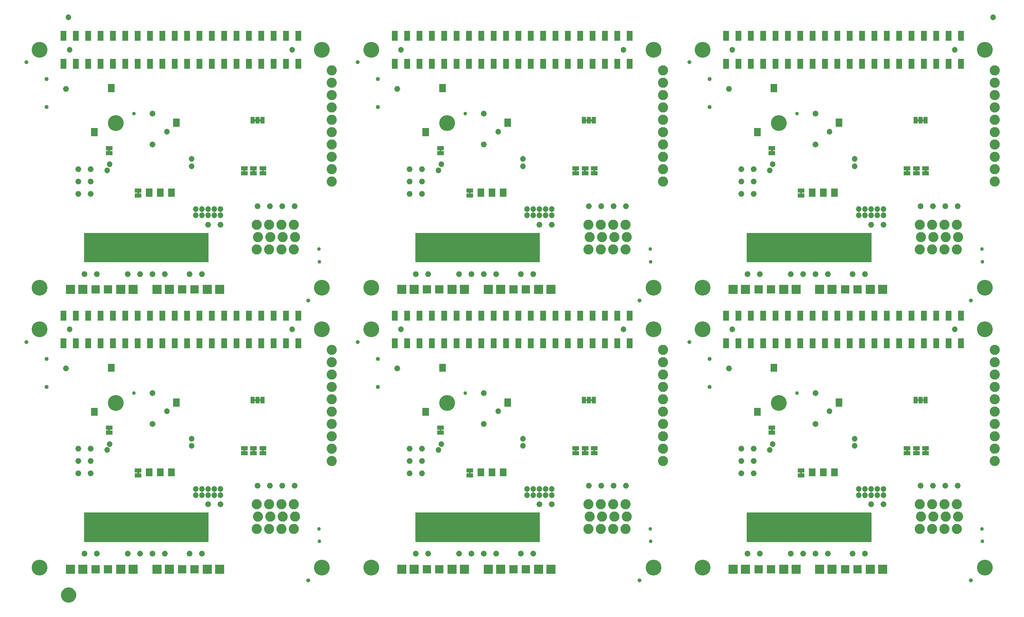
<source format=gbs>
G04 EAGLE Gerber RS-274X export*
G75*
%MOMM*%
%FSLAX34Y34*%
%LPD*%
%INSoldermask Bottom*%
%IPPOS*%
%AMOC8*
5,1,8,0,0,1.08239X$1,22.5*%
G01*
%ADD10C,1.203200*%
%ADD11C,3.251200*%
%ADD12C,0.853200*%
%ADD13R,1.473200X0.838200*%
%ADD14R,0.838200X1.473200*%
%ADD15C,1.219200*%
%ADD16C,0.762000*%
%ADD17C,2.082800*%
%ADD18R,1.879600X1.879600*%
%ADD19R,1.727200X1.727200*%
%ADD20C,1.221313*%
%ADD21R,1.223200X2.073200*%
%ADD22C,0.838200*%
%ADD23C,1.270000*%
%ADD24C,1.703200*%

G36*
X1743031Y663305D02*
X1743031Y663305D01*
X1743090Y663303D01*
X1743171Y663324D01*
X1743255Y663336D01*
X1743308Y663360D01*
X1743365Y663375D01*
X1743437Y663418D01*
X1743514Y663452D01*
X1743559Y663490D01*
X1743609Y663520D01*
X1743667Y663582D01*
X1743731Y663636D01*
X1743764Y663685D01*
X1743804Y663727D01*
X1743842Y663803D01*
X1743889Y663873D01*
X1743907Y663929D01*
X1743933Y663981D01*
X1743945Y664049D01*
X1743975Y664144D01*
X1743977Y664244D01*
X1743989Y664312D01*
X1743989Y722732D01*
X1743980Y722789D01*
X1743982Y722848D01*
X1743961Y722930D01*
X1743949Y723013D01*
X1743925Y723066D01*
X1743910Y723123D01*
X1743867Y723195D01*
X1743833Y723273D01*
X1743795Y723317D01*
X1743765Y723367D01*
X1743703Y723425D01*
X1743649Y723490D01*
X1743600Y723522D01*
X1743558Y723562D01*
X1743483Y723600D01*
X1743412Y723647D01*
X1743356Y723665D01*
X1743304Y723691D01*
X1743236Y723703D01*
X1743141Y723733D01*
X1743041Y723735D01*
X1742973Y723747D01*
X1488973Y723747D01*
X1488916Y723739D01*
X1488857Y723740D01*
X1488775Y723719D01*
X1488692Y723707D01*
X1488639Y723683D01*
X1488582Y723668D01*
X1488510Y723625D01*
X1488433Y723591D01*
X1488388Y723553D01*
X1488338Y723523D01*
X1488280Y723462D01*
X1488216Y723407D01*
X1488183Y723358D01*
X1488143Y723316D01*
X1488105Y723241D01*
X1488058Y723170D01*
X1488040Y723115D01*
X1488014Y723063D01*
X1488002Y722995D01*
X1487972Y722899D01*
X1487970Y722800D01*
X1487958Y722732D01*
X1487958Y664312D01*
X1487966Y664254D01*
X1487965Y664195D01*
X1487986Y664114D01*
X1487998Y664030D01*
X1488022Y663977D01*
X1488037Y663920D01*
X1488080Y663848D01*
X1488114Y663771D01*
X1488152Y663726D01*
X1488182Y663676D01*
X1488243Y663618D01*
X1488298Y663554D01*
X1488347Y663521D01*
X1488389Y663481D01*
X1488464Y663443D01*
X1488535Y663396D01*
X1488590Y663378D01*
X1488642Y663352D01*
X1488710Y663340D01*
X1488806Y663310D01*
X1488905Y663308D01*
X1488973Y663296D01*
X1742973Y663296D01*
X1743031Y663305D01*
G37*
G36*
X381058Y663305D02*
X381058Y663305D01*
X381116Y663303D01*
X381198Y663324D01*
X381282Y663336D01*
X381335Y663360D01*
X381391Y663375D01*
X381464Y663418D01*
X381541Y663452D01*
X381586Y663490D01*
X381636Y663520D01*
X381694Y663582D01*
X381758Y663636D01*
X381790Y663685D01*
X381830Y663727D01*
X381869Y663803D01*
X381916Y663873D01*
X381933Y663929D01*
X381960Y663981D01*
X381971Y664049D01*
X382001Y664144D01*
X382004Y664244D01*
X382015Y664312D01*
X382015Y722732D01*
X382007Y722789D01*
X382009Y722848D01*
X381987Y722930D01*
X381975Y723013D01*
X381952Y723066D01*
X381937Y723123D01*
X381894Y723195D01*
X381859Y723273D01*
X381821Y723317D01*
X381792Y723367D01*
X381730Y723425D01*
X381676Y723490D01*
X381627Y723522D01*
X381584Y723562D01*
X381509Y723600D01*
X381439Y723647D01*
X381383Y723665D01*
X381331Y723691D01*
X381263Y723703D01*
X381168Y723733D01*
X381068Y723735D01*
X381000Y723747D01*
X127000Y723747D01*
X126942Y723739D01*
X126884Y723740D01*
X126802Y723719D01*
X126719Y723707D01*
X126665Y723683D01*
X126609Y723668D01*
X126536Y723625D01*
X126459Y723591D01*
X126414Y723553D01*
X126364Y723523D01*
X126306Y723462D01*
X126242Y723407D01*
X126210Y723358D01*
X126170Y723316D01*
X126131Y723241D01*
X126085Y723170D01*
X126067Y723115D01*
X126040Y723063D01*
X126029Y722995D01*
X125999Y722899D01*
X125996Y722800D01*
X125985Y722732D01*
X125985Y664312D01*
X125993Y664254D01*
X125991Y664195D01*
X126013Y664114D01*
X126025Y664030D01*
X126049Y663977D01*
X126063Y663920D01*
X126106Y663848D01*
X126141Y663771D01*
X126179Y663726D01*
X126209Y663676D01*
X126270Y663618D01*
X126325Y663554D01*
X126373Y663521D01*
X126416Y663481D01*
X126491Y663443D01*
X126561Y663396D01*
X126617Y663378D01*
X126669Y663352D01*
X126737Y663340D01*
X126832Y663310D01*
X126932Y663308D01*
X127000Y663296D01*
X381000Y663296D01*
X381058Y663305D01*
G37*
G36*
X1062057Y663305D02*
X1062057Y663305D01*
X1062116Y663303D01*
X1062197Y663324D01*
X1062281Y663336D01*
X1062334Y663360D01*
X1062391Y663375D01*
X1062463Y663418D01*
X1062540Y663452D01*
X1062585Y663490D01*
X1062635Y663520D01*
X1062693Y663582D01*
X1062757Y663636D01*
X1062790Y663685D01*
X1062830Y663727D01*
X1062868Y663803D01*
X1062915Y663873D01*
X1062933Y663929D01*
X1062959Y663981D01*
X1062971Y664049D01*
X1063001Y664144D01*
X1063003Y664244D01*
X1063015Y664312D01*
X1063015Y722732D01*
X1063006Y722789D01*
X1063008Y722848D01*
X1062987Y722930D01*
X1062975Y723013D01*
X1062951Y723066D01*
X1062936Y723123D01*
X1062893Y723195D01*
X1062859Y723273D01*
X1062821Y723317D01*
X1062791Y723367D01*
X1062729Y723425D01*
X1062675Y723490D01*
X1062626Y723522D01*
X1062584Y723562D01*
X1062509Y723600D01*
X1062438Y723647D01*
X1062382Y723665D01*
X1062330Y723691D01*
X1062262Y723703D01*
X1062167Y723733D01*
X1062067Y723735D01*
X1061999Y723747D01*
X807999Y723747D01*
X807942Y723739D01*
X807883Y723740D01*
X807801Y723719D01*
X807718Y723707D01*
X807665Y723683D01*
X807608Y723668D01*
X807536Y723625D01*
X807459Y723591D01*
X807414Y723553D01*
X807364Y723523D01*
X807306Y723462D01*
X807242Y723407D01*
X807209Y723358D01*
X807169Y723316D01*
X807131Y723241D01*
X807084Y723170D01*
X807066Y723115D01*
X807040Y723063D01*
X807028Y722995D01*
X806998Y722899D01*
X806996Y722800D01*
X806984Y722732D01*
X806984Y664312D01*
X806992Y664254D01*
X806991Y664195D01*
X807012Y664114D01*
X807024Y664030D01*
X807048Y663977D01*
X807063Y663920D01*
X807106Y663848D01*
X807140Y663771D01*
X807178Y663726D01*
X807208Y663676D01*
X807269Y663618D01*
X807324Y663554D01*
X807373Y663521D01*
X807415Y663481D01*
X807490Y663443D01*
X807561Y663396D01*
X807616Y663378D01*
X807668Y663352D01*
X807736Y663340D01*
X807832Y663310D01*
X807931Y663308D01*
X807999Y663296D01*
X1061999Y663296D01*
X1062057Y663305D01*
G37*
G36*
X381058Y87893D02*
X381058Y87893D01*
X381116Y87891D01*
X381198Y87913D01*
X381282Y87925D01*
X381335Y87949D01*
X381391Y87963D01*
X381464Y88006D01*
X381541Y88041D01*
X381586Y88079D01*
X381636Y88109D01*
X381694Y88170D01*
X381758Y88225D01*
X381790Y88273D01*
X381830Y88316D01*
X381869Y88391D01*
X381916Y88461D01*
X381933Y88517D01*
X381960Y88569D01*
X381971Y88637D01*
X382001Y88732D01*
X382004Y88832D01*
X382015Y88900D01*
X382015Y147320D01*
X382007Y147378D01*
X382009Y147436D01*
X381987Y147518D01*
X381975Y147602D01*
X381952Y147655D01*
X381937Y147711D01*
X381894Y147784D01*
X381859Y147861D01*
X381821Y147906D01*
X381792Y147956D01*
X381730Y148014D01*
X381676Y148078D01*
X381627Y148110D01*
X381584Y148150D01*
X381509Y148189D01*
X381439Y148236D01*
X381383Y148253D01*
X381331Y148280D01*
X381263Y148291D01*
X381168Y148321D01*
X381068Y148324D01*
X381000Y148335D01*
X127000Y148335D01*
X126942Y148327D01*
X126884Y148329D01*
X126802Y148307D01*
X126719Y148295D01*
X126665Y148272D01*
X126609Y148257D01*
X126536Y148214D01*
X126459Y148179D01*
X126414Y148141D01*
X126364Y148112D01*
X126306Y148050D01*
X126242Y147996D01*
X126210Y147947D01*
X126170Y147904D01*
X126131Y147829D01*
X126085Y147759D01*
X126067Y147703D01*
X126040Y147651D01*
X126029Y147583D01*
X125999Y147488D01*
X125996Y147388D01*
X125985Y147320D01*
X125985Y88900D01*
X125993Y88842D01*
X125991Y88784D01*
X126013Y88702D01*
X126025Y88619D01*
X126049Y88565D01*
X126063Y88509D01*
X126106Y88436D01*
X126141Y88359D01*
X126179Y88314D01*
X126209Y88264D01*
X126270Y88206D01*
X126325Y88142D01*
X126373Y88110D01*
X126416Y88070D01*
X126491Y88031D01*
X126561Y87985D01*
X126617Y87967D01*
X126669Y87940D01*
X126737Y87929D01*
X126832Y87899D01*
X126932Y87896D01*
X127000Y87885D01*
X381000Y87885D01*
X381058Y87893D01*
G37*
G36*
X1743031Y87893D02*
X1743031Y87893D01*
X1743090Y87891D01*
X1743171Y87913D01*
X1743255Y87925D01*
X1743308Y87949D01*
X1743365Y87963D01*
X1743437Y88006D01*
X1743514Y88041D01*
X1743559Y88079D01*
X1743609Y88109D01*
X1743667Y88170D01*
X1743731Y88225D01*
X1743764Y88273D01*
X1743804Y88316D01*
X1743842Y88391D01*
X1743889Y88461D01*
X1743907Y88517D01*
X1743933Y88569D01*
X1743945Y88637D01*
X1743975Y88732D01*
X1743977Y88832D01*
X1743989Y88900D01*
X1743989Y147320D01*
X1743980Y147378D01*
X1743982Y147436D01*
X1743961Y147518D01*
X1743949Y147602D01*
X1743925Y147655D01*
X1743910Y147711D01*
X1743867Y147784D01*
X1743833Y147861D01*
X1743795Y147906D01*
X1743765Y147956D01*
X1743703Y148014D01*
X1743649Y148078D01*
X1743600Y148110D01*
X1743558Y148150D01*
X1743483Y148189D01*
X1743412Y148236D01*
X1743356Y148253D01*
X1743304Y148280D01*
X1743236Y148291D01*
X1743141Y148321D01*
X1743041Y148324D01*
X1742973Y148335D01*
X1488973Y148335D01*
X1488916Y148327D01*
X1488857Y148329D01*
X1488775Y148307D01*
X1488692Y148295D01*
X1488639Y148272D01*
X1488582Y148257D01*
X1488510Y148214D01*
X1488433Y148179D01*
X1488388Y148141D01*
X1488338Y148112D01*
X1488280Y148050D01*
X1488216Y147996D01*
X1488183Y147947D01*
X1488143Y147904D01*
X1488105Y147829D01*
X1488058Y147759D01*
X1488040Y147703D01*
X1488014Y147651D01*
X1488002Y147583D01*
X1487972Y147488D01*
X1487970Y147388D01*
X1487958Y147320D01*
X1487958Y88900D01*
X1487966Y88842D01*
X1487965Y88784D01*
X1487986Y88702D01*
X1487998Y88619D01*
X1488022Y88565D01*
X1488037Y88509D01*
X1488080Y88436D01*
X1488114Y88359D01*
X1488152Y88314D01*
X1488182Y88264D01*
X1488243Y88206D01*
X1488298Y88142D01*
X1488347Y88110D01*
X1488389Y88070D01*
X1488464Y88031D01*
X1488535Y87985D01*
X1488590Y87967D01*
X1488642Y87940D01*
X1488710Y87929D01*
X1488806Y87899D01*
X1488905Y87896D01*
X1488973Y87885D01*
X1742973Y87885D01*
X1743031Y87893D01*
G37*
G36*
X1062057Y87893D02*
X1062057Y87893D01*
X1062116Y87891D01*
X1062197Y87913D01*
X1062281Y87925D01*
X1062334Y87949D01*
X1062391Y87963D01*
X1062463Y88006D01*
X1062540Y88041D01*
X1062585Y88079D01*
X1062635Y88109D01*
X1062693Y88170D01*
X1062757Y88225D01*
X1062790Y88273D01*
X1062830Y88316D01*
X1062868Y88391D01*
X1062915Y88461D01*
X1062933Y88517D01*
X1062959Y88569D01*
X1062971Y88637D01*
X1063001Y88732D01*
X1063003Y88832D01*
X1063015Y88900D01*
X1063015Y147320D01*
X1063006Y147378D01*
X1063008Y147436D01*
X1062987Y147518D01*
X1062975Y147602D01*
X1062951Y147655D01*
X1062936Y147711D01*
X1062893Y147784D01*
X1062859Y147861D01*
X1062821Y147906D01*
X1062791Y147956D01*
X1062729Y148014D01*
X1062675Y148078D01*
X1062626Y148110D01*
X1062584Y148150D01*
X1062509Y148189D01*
X1062438Y148236D01*
X1062382Y148253D01*
X1062330Y148280D01*
X1062262Y148291D01*
X1062167Y148321D01*
X1062067Y148324D01*
X1061999Y148335D01*
X807999Y148335D01*
X807942Y148327D01*
X807883Y148329D01*
X807801Y148307D01*
X807718Y148295D01*
X807665Y148272D01*
X807608Y148257D01*
X807536Y148214D01*
X807459Y148179D01*
X807414Y148141D01*
X807364Y148112D01*
X807306Y148050D01*
X807242Y147996D01*
X807209Y147947D01*
X807169Y147904D01*
X807131Y147829D01*
X807084Y147759D01*
X807066Y147703D01*
X807040Y147651D01*
X807028Y147583D01*
X806998Y147488D01*
X806996Y147388D01*
X806984Y147320D01*
X806984Y88900D01*
X806992Y88842D01*
X806991Y88784D01*
X807012Y88702D01*
X807024Y88619D01*
X807048Y88565D01*
X807063Y88509D01*
X807106Y88436D01*
X807140Y88359D01*
X807178Y88314D01*
X807208Y88264D01*
X807269Y88206D01*
X807324Y88142D01*
X807373Y88110D01*
X807415Y88070D01*
X807490Y88031D01*
X807561Y87985D01*
X807616Y87967D01*
X807668Y87940D01*
X807736Y87929D01*
X807832Y87899D01*
X807931Y87896D01*
X807999Y87885D01*
X1061999Y87885D01*
X1062057Y87893D01*
G37*
G36*
X489650Y953020D02*
X489650Y953020D01*
X489716Y953022D01*
X489759Y953040D01*
X489806Y953048D01*
X489863Y953082D01*
X489923Y953107D01*
X489958Y953138D01*
X489999Y953163D01*
X490040Y953214D01*
X490089Y953258D01*
X490111Y953300D01*
X490140Y953337D01*
X490161Y953399D01*
X490192Y953458D01*
X490200Y953512D01*
X490212Y953549D01*
X490211Y953589D01*
X490219Y953643D01*
X490219Y956183D01*
X490208Y956248D01*
X490206Y956314D01*
X490188Y956357D01*
X490180Y956404D01*
X490146Y956461D01*
X490121Y956521D01*
X490090Y956556D01*
X490065Y956597D01*
X490014Y956639D01*
X489970Y956687D01*
X489928Y956709D01*
X489891Y956738D01*
X489829Y956759D01*
X489770Y956790D01*
X489716Y956798D01*
X489679Y956810D01*
X489639Y956809D01*
X489585Y956817D01*
X475615Y956817D01*
X475550Y956806D01*
X475484Y956804D01*
X475441Y956786D01*
X475394Y956778D01*
X475337Y956744D01*
X475277Y956719D01*
X475242Y956688D01*
X475201Y956663D01*
X475159Y956612D01*
X475111Y956568D01*
X475089Y956526D01*
X475060Y956489D01*
X475039Y956427D01*
X475008Y956368D01*
X475000Y956314D01*
X474988Y956277D01*
X474988Y956274D01*
X474989Y956237D01*
X474981Y956183D01*
X474981Y953643D01*
X474992Y953578D01*
X474994Y953512D01*
X475012Y953469D01*
X475020Y953422D01*
X475054Y953365D01*
X475079Y953305D01*
X475110Y953270D01*
X475135Y953229D01*
X475186Y953188D01*
X475230Y953139D01*
X475272Y953117D01*
X475309Y953088D01*
X475371Y953067D01*
X475430Y953036D01*
X475484Y953028D01*
X475521Y953016D01*
X475561Y953017D01*
X475615Y953009D01*
X489585Y953009D01*
X489650Y953020D01*
G37*
G36*
X1851623Y953020D02*
X1851623Y953020D01*
X1851689Y953022D01*
X1851733Y953040D01*
X1851779Y953048D01*
X1851836Y953082D01*
X1851897Y953107D01*
X1851932Y953138D01*
X1851972Y953163D01*
X1852014Y953214D01*
X1852062Y953258D01*
X1852084Y953300D01*
X1852114Y953337D01*
X1852135Y953399D01*
X1852165Y953458D01*
X1852173Y953512D01*
X1852186Y953549D01*
X1852185Y953589D01*
X1852193Y953643D01*
X1852193Y956183D01*
X1852181Y956248D01*
X1852179Y956314D01*
X1852161Y956357D01*
X1852153Y956404D01*
X1852119Y956461D01*
X1852095Y956521D01*
X1852063Y956556D01*
X1852039Y956597D01*
X1851988Y956639D01*
X1851943Y956687D01*
X1851901Y956709D01*
X1851865Y956738D01*
X1851802Y956759D01*
X1851744Y956790D01*
X1851689Y956798D01*
X1851652Y956810D01*
X1851613Y956809D01*
X1851558Y956817D01*
X1837588Y956817D01*
X1837524Y956806D01*
X1837458Y956804D01*
X1837414Y956786D01*
X1837368Y956778D01*
X1837311Y956744D01*
X1837250Y956719D01*
X1837215Y956688D01*
X1837174Y956663D01*
X1837133Y956612D01*
X1837084Y956568D01*
X1837063Y956526D01*
X1837033Y956489D01*
X1837012Y956427D01*
X1836982Y956368D01*
X1836974Y956314D01*
X1836961Y956277D01*
X1836961Y956274D01*
X1836962Y956237D01*
X1836954Y956183D01*
X1836954Y953643D01*
X1836966Y953578D01*
X1836968Y953512D01*
X1836985Y953469D01*
X1836994Y953422D01*
X1837027Y953365D01*
X1837052Y953305D01*
X1837084Y953270D01*
X1837108Y953229D01*
X1837159Y953188D01*
X1837203Y953139D01*
X1837245Y953117D01*
X1837282Y953088D01*
X1837344Y953067D01*
X1837403Y953036D01*
X1837457Y953028D01*
X1837495Y953016D01*
X1837534Y953017D01*
X1837588Y953009D01*
X1851558Y953009D01*
X1851623Y953020D01*
G37*
G36*
X1170649Y953020D02*
X1170649Y953020D01*
X1170715Y953022D01*
X1170759Y953040D01*
X1170805Y953048D01*
X1170862Y953082D01*
X1170923Y953107D01*
X1170958Y953138D01*
X1170998Y953163D01*
X1171040Y953214D01*
X1171088Y953258D01*
X1171110Y953300D01*
X1171140Y953337D01*
X1171161Y953399D01*
X1171191Y953458D01*
X1171199Y953512D01*
X1171212Y953549D01*
X1171211Y953589D01*
X1171219Y953643D01*
X1171219Y956183D01*
X1171207Y956248D01*
X1171205Y956314D01*
X1171187Y956357D01*
X1171179Y956404D01*
X1171145Y956461D01*
X1171121Y956521D01*
X1171089Y956556D01*
X1171065Y956597D01*
X1171014Y956639D01*
X1170969Y956687D01*
X1170927Y956709D01*
X1170891Y956738D01*
X1170828Y956759D01*
X1170770Y956790D01*
X1170715Y956798D01*
X1170678Y956810D01*
X1170639Y956809D01*
X1170584Y956817D01*
X1156614Y956817D01*
X1156550Y956806D01*
X1156484Y956804D01*
X1156440Y956786D01*
X1156394Y956778D01*
X1156337Y956744D01*
X1156276Y956719D01*
X1156241Y956688D01*
X1156200Y956663D01*
X1156159Y956612D01*
X1156110Y956568D01*
X1156089Y956526D01*
X1156059Y956489D01*
X1156038Y956427D01*
X1156008Y956368D01*
X1156000Y956314D01*
X1155987Y956277D01*
X1155987Y956274D01*
X1155988Y956237D01*
X1155980Y956183D01*
X1155980Y953643D01*
X1155992Y953578D01*
X1155994Y953512D01*
X1156011Y953469D01*
X1156020Y953422D01*
X1156053Y953365D01*
X1156078Y953305D01*
X1156110Y953270D01*
X1156134Y953229D01*
X1156185Y953188D01*
X1156229Y953139D01*
X1156271Y953117D01*
X1156308Y953088D01*
X1156370Y953067D01*
X1156429Y953036D01*
X1156483Y953028D01*
X1156521Y953016D01*
X1156560Y953017D01*
X1156614Y953009D01*
X1170584Y953009D01*
X1170649Y953020D01*
G37*
G36*
X1170649Y377609D02*
X1170649Y377609D01*
X1170715Y377611D01*
X1170759Y377628D01*
X1170805Y377637D01*
X1170862Y377670D01*
X1170923Y377695D01*
X1170958Y377727D01*
X1170998Y377751D01*
X1171040Y377802D01*
X1171088Y377846D01*
X1171110Y377889D01*
X1171140Y377925D01*
X1171161Y377987D01*
X1171191Y378046D01*
X1171199Y378100D01*
X1171212Y378138D01*
X1171211Y378177D01*
X1171219Y378231D01*
X1171219Y380771D01*
X1171207Y380836D01*
X1171205Y380902D01*
X1171187Y380946D01*
X1171179Y380992D01*
X1171145Y381049D01*
X1171121Y381110D01*
X1171089Y381145D01*
X1171065Y381185D01*
X1171014Y381227D01*
X1170969Y381275D01*
X1170927Y381297D01*
X1170891Y381327D01*
X1170828Y381348D01*
X1170770Y381378D01*
X1170715Y381386D01*
X1170678Y381399D01*
X1170639Y381398D01*
X1170584Y381406D01*
X1156614Y381406D01*
X1156550Y381394D01*
X1156484Y381392D01*
X1156440Y381374D01*
X1156394Y381366D01*
X1156337Y381332D01*
X1156276Y381308D01*
X1156241Y381276D01*
X1156200Y381252D01*
X1156159Y381201D01*
X1156110Y381156D01*
X1156089Y381114D01*
X1156059Y381078D01*
X1156038Y381015D01*
X1156008Y380957D01*
X1156000Y380902D01*
X1155987Y380865D01*
X1155987Y380862D01*
X1155988Y380825D01*
X1155980Y380771D01*
X1155980Y378231D01*
X1155992Y378167D01*
X1155994Y378101D01*
X1156011Y378057D01*
X1156020Y378011D01*
X1156053Y377954D01*
X1156078Y377893D01*
X1156110Y377858D01*
X1156134Y377817D01*
X1156185Y377776D01*
X1156229Y377727D01*
X1156271Y377706D01*
X1156308Y377676D01*
X1156370Y377655D01*
X1156429Y377625D01*
X1156483Y377617D01*
X1156521Y377604D01*
X1156560Y377605D01*
X1156614Y377597D01*
X1170584Y377597D01*
X1170649Y377609D01*
G37*
G36*
X489650Y377609D02*
X489650Y377609D01*
X489716Y377611D01*
X489759Y377628D01*
X489806Y377637D01*
X489863Y377670D01*
X489923Y377695D01*
X489958Y377727D01*
X489999Y377751D01*
X490040Y377802D01*
X490089Y377846D01*
X490111Y377889D01*
X490140Y377925D01*
X490161Y377987D01*
X490192Y378046D01*
X490200Y378100D01*
X490212Y378138D01*
X490211Y378177D01*
X490219Y378231D01*
X490219Y380771D01*
X490208Y380836D01*
X490206Y380902D01*
X490188Y380946D01*
X490180Y380992D01*
X490146Y381049D01*
X490121Y381110D01*
X490090Y381145D01*
X490065Y381185D01*
X490014Y381227D01*
X489970Y381275D01*
X489928Y381297D01*
X489891Y381327D01*
X489829Y381348D01*
X489770Y381378D01*
X489716Y381386D01*
X489679Y381399D01*
X489639Y381398D01*
X489585Y381406D01*
X475615Y381406D01*
X475550Y381394D01*
X475484Y381392D01*
X475441Y381374D01*
X475394Y381366D01*
X475337Y381332D01*
X475277Y381308D01*
X475242Y381276D01*
X475201Y381252D01*
X475159Y381201D01*
X475111Y381156D01*
X475089Y381114D01*
X475060Y381078D01*
X475039Y381015D01*
X475008Y380957D01*
X475000Y380902D01*
X474988Y380865D01*
X474988Y380862D01*
X474989Y380825D01*
X474981Y380771D01*
X474981Y378231D01*
X474992Y378167D01*
X474994Y378101D01*
X475012Y378057D01*
X475020Y378011D01*
X475054Y377954D01*
X475079Y377893D01*
X475110Y377858D01*
X475135Y377817D01*
X475186Y377776D01*
X475230Y377727D01*
X475272Y377706D01*
X475309Y377676D01*
X475371Y377655D01*
X475430Y377625D01*
X475484Y377617D01*
X475521Y377604D01*
X475561Y377605D01*
X475615Y377597D01*
X489585Y377597D01*
X489650Y377609D01*
G37*
G36*
X1851623Y377609D02*
X1851623Y377609D01*
X1851689Y377611D01*
X1851733Y377628D01*
X1851779Y377637D01*
X1851836Y377670D01*
X1851897Y377695D01*
X1851932Y377727D01*
X1851972Y377751D01*
X1852014Y377802D01*
X1852062Y377846D01*
X1852084Y377889D01*
X1852114Y377925D01*
X1852135Y377987D01*
X1852165Y378046D01*
X1852173Y378100D01*
X1852186Y378138D01*
X1852185Y378177D01*
X1852193Y378231D01*
X1852193Y380771D01*
X1852181Y380836D01*
X1852179Y380902D01*
X1852161Y380946D01*
X1852153Y380992D01*
X1852119Y381049D01*
X1852095Y381110D01*
X1852063Y381145D01*
X1852039Y381185D01*
X1851988Y381227D01*
X1851943Y381275D01*
X1851901Y381297D01*
X1851865Y381327D01*
X1851802Y381348D01*
X1851744Y381378D01*
X1851689Y381386D01*
X1851652Y381399D01*
X1851613Y381398D01*
X1851558Y381406D01*
X1837588Y381406D01*
X1837524Y381394D01*
X1837458Y381392D01*
X1837414Y381374D01*
X1837368Y381366D01*
X1837311Y381332D01*
X1837250Y381308D01*
X1837215Y381276D01*
X1837174Y381252D01*
X1837133Y381201D01*
X1837084Y381156D01*
X1837063Y381114D01*
X1837033Y381078D01*
X1837012Y381015D01*
X1836982Y380957D01*
X1836974Y380902D01*
X1836961Y380865D01*
X1836961Y380862D01*
X1836962Y380825D01*
X1836954Y380771D01*
X1836954Y378231D01*
X1836966Y378167D01*
X1836968Y378101D01*
X1836985Y378057D01*
X1836994Y378011D01*
X1837027Y377954D01*
X1837052Y377893D01*
X1837084Y377858D01*
X1837108Y377817D01*
X1837159Y377776D01*
X1837203Y377727D01*
X1837245Y377706D01*
X1837282Y377676D01*
X1837344Y377655D01*
X1837403Y377625D01*
X1837457Y377617D01*
X1837495Y377604D01*
X1837534Y377605D01*
X1837588Y377597D01*
X1851558Y377597D01*
X1851623Y377609D01*
G37*
G36*
X1137756Y848474D02*
X1137756Y848474D01*
X1137822Y848476D01*
X1137866Y848494D01*
X1137912Y848502D01*
X1137969Y848536D01*
X1138030Y848560D01*
X1138065Y848592D01*
X1138105Y848616D01*
X1138147Y848667D01*
X1138195Y848712D01*
X1138217Y848754D01*
X1138247Y848790D01*
X1138268Y848853D01*
X1138298Y848911D01*
X1138306Y848966D01*
X1138319Y849003D01*
X1138318Y849042D01*
X1138326Y849097D01*
X1138326Y852907D01*
X1138314Y852971D01*
X1138312Y853037D01*
X1138294Y853081D01*
X1138286Y853127D01*
X1138252Y853184D01*
X1138228Y853245D01*
X1138196Y853280D01*
X1138172Y853321D01*
X1138121Y853362D01*
X1138076Y853411D01*
X1138034Y853432D01*
X1137998Y853462D01*
X1137935Y853483D01*
X1137877Y853513D01*
X1137822Y853521D01*
X1137785Y853534D01*
X1137746Y853533D01*
X1137691Y853541D01*
X1135151Y853541D01*
X1135087Y853529D01*
X1135021Y853527D01*
X1134977Y853510D01*
X1134931Y853501D01*
X1134874Y853468D01*
X1134813Y853443D01*
X1134778Y853411D01*
X1134737Y853387D01*
X1134696Y853336D01*
X1134647Y853292D01*
X1134626Y853250D01*
X1134596Y853213D01*
X1134575Y853151D01*
X1134545Y853092D01*
X1134537Y853038D01*
X1134524Y853000D01*
X1134524Y852996D01*
X1134525Y852960D01*
X1134517Y852907D01*
X1134517Y849097D01*
X1134529Y849032D01*
X1134531Y848966D01*
X1134548Y848922D01*
X1134557Y848876D01*
X1134590Y848819D01*
X1134615Y848758D01*
X1134647Y848723D01*
X1134671Y848683D01*
X1134722Y848641D01*
X1134766Y848593D01*
X1134809Y848571D01*
X1134845Y848541D01*
X1134907Y848520D01*
X1134966Y848490D01*
X1135020Y848482D01*
X1135058Y848469D01*
X1135097Y848470D01*
X1135151Y848462D01*
X1137691Y848462D01*
X1137756Y848474D01*
G37*
G36*
X1837780Y848474D02*
X1837780Y848474D01*
X1837846Y848476D01*
X1837890Y848494D01*
X1837936Y848502D01*
X1837993Y848536D01*
X1838054Y848560D01*
X1838089Y848592D01*
X1838129Y848616D01*
X1838171Y848667D01*
X1838219Y848712D01*
X1838241Y848754D01*
X1838271Y848790D01*
X1838292Y848853D01*
X1838322Y848911D01*
X1838330Y848966D01*
X1838343Y849003D01*
X1838342Y849042D01*
X1838350Y849097D01*
X1838350Y852907D01*
X1838338Y852971D01*
X1838336Y853037D01*
X1838318Y853081D01*
X1838310Y853127D01*
X1838276Y853184D01*
X1838252Y853245D01*
X1838220Y853280D01*
X1838196Y853321D01*
X1838145Y853362D01*
X1838100Y853411D01*
X1838058Y853432D01*
X1838022Y853462D01*
X1837959Y853483D01*
X1837901Y853513D01*
X1837846Y853521D01*
X1837809Y853534D01*
X1837770Y853533D01*
X1837715Y853541D01*
X1835175Y853541D01*
X1835111Y853529D01*
X1835045Y853527D01*
X1835001Y853510D01*
X1834955Y853501D01*
X1834898Y853468D01*
X1834837Y853443D01*
X1834802Y853411D01*
X1834761Y853387D01*
X1834720Y853336D01*
X1834671Y853292D01*
X1834650Y853250D01*
X1834620Y853213D01*
X1834599Y853151D01*
X1834569Y853092D01*
X1834561Y853038D01*
X1834548Y853000D01*
X1834548Y852996D01*
X1834549Y852960D01*
X1834541Y852907D01*
X1834541Y849097D01*
X1834553Y849032D01*
X1834555Y848966D01*
X1834572Y848922D01*
X1834581Y848876D01*
X1834614Y848819D01*
X1834639Y848758D01*
X1834671Y848723D01*
X1834695Y848683D01*
X1834746Y848641D01*
X1834790Y848593D01*
X1834833Y848571D01*
X1834869Y848541D01*
X1834931Y848520D01*
X1834990Y848490D01*
X1835044Y848482D01*
X1835082Y848469D01*
X1835121Y848470D01*
X1835175Y848462D01*
X1837715Y848462D01*
X1837780Y848474D01*
G37*
G36*
X1856830Y848474D02*
X1856830Y848474D01*
X1856896Y848476D01*
X1856940Y848494D01*
X1856986Y848502D01*
X1857043Y848536D01*
X1857104Y848560D01*
X1857139Y848592D01*
X1857179Y848616D01*
X1857221Y848667D01*
X1857269Y848712D01*
X1857291Y848754D01*
X1857321Y848790D01*
X1857342Y848853D01*
X1857372Y848911D01*
X1857380Y848966D01*
X1857393Y849003D01*
X1857392Y849042D01*
X1857400Y849097D01*
X1857400Y852907D01*
X1857388Y852971D01*
X1857386Y853037D01*
X1857368Y853081D01*
X1857360Y853127D01*
X1857326Y853184D01*
X1857302Y853245D01*
X1857270Y853280D01*
X1857246Y853321D01*
X1857195Y853362D01*
X1857150Y853411D01*
X1857108Y853432D01*
X1857072Y853462D01*
X1857009Y853483D01*
X1856951Y853513D01*
X1856896Y853521D01*
X1856859Y853534D01*
X1856820Y853533D01*
X1856765Y853541D01*
X1854225Y853541D01*
X1854161Y853529D01*
X1854095Y853527D01*
X1854051Y853510D01*
X1854005Y853501D01*
X1853948Y853468D01*
X1853887Y853443D01*
X1853852Y853411D01*
X1853811Y853387D01*
X1853770Y853336D01*
X1853721Y853292D01*
X1853700Y853250D01*
X1853670Y853213D01*
X1853649Y853151D01*
X1853619Y853092D01*
X1853611Y853038D01*
X1853598Y853000D01*
X1853598Y852996D01*
X1853599Y852960D01*
X1853591Y852907D01*
X1853591Y849097D01*
X1853603Y849032D01*
X1853605Y848966D01*
X1853622Y848922D01*
X1853631Y848876D01*
X1853664Y848819D01*
X1853689Y848758D01*
X1853721Y848723D01*
X1853745Y848683D01*
X1853796Y848641D01*
X1853840Y848593D01*
X1853883Y848571D01*
X1853919Y848541D01*
X1853981Y848520D01*
X1854040Y848490D01*
X1854094Y848482D01*
X1854132Y848469D01*
X1854171Y848470D01*
X1854225Y848462D01*
X1856765Y848462D01*
X1856830Y848474D01*
G37*
G36*
X1156806Y848474D02*
X1156806Y848474D01*
X1156872Y848476D01*
X1156916Y848494D01*
X1156962Y848502D01*
X1157019Y848536D01*
X1157080Y848560D01*
X1157115Y848592D01*
X1157155Y848616D01*
X1157197Y848667D01*
X1157245Y848712D01*
X1157267Y848754D01*
X1157297Y848790D01*
X1157318Y848853D01*
X1157348Y848911D01*
X1157356Y848966D01*
X1157369Y849003D01*
X1157368Y849042D01*
X1157376Y849097D01*
X1157376Y852907D01*
X1157364Y852971D01*
X1157362Y853037D01*
X1157344Y853081D01*
X1157336Y853127D01*
X1157302Y853184D01*
X1157278Y853245D01*
X1157246Y853280D01*
X1157222Y853321D01*
X1157171Y853362D01*
X1157126Y853411D01*
X1157084Y853432D01*
X1157048Y853462D01*
X1156985Y853483D01*
X1156927Y853513D01*
X1156872Y853521D01*
X1156835Y853534D01*
X1156796Y853533D01*
X1156741Y853541D01*
X1154201Y853541D01*
X1154137Y853529D01*
X1154071Y853527D01*
X1154027Y853510D01*
X1153981Y853501D01*
X1153924Y853468D01*
X1153863Y853443D01*
X1153828Y853411D01*
X1153787Y853387D01*
X1153746Y853336D01*
X1153697Y853292D01*
X1153676Y853250D01*
X1153646Y853213D01*
X1153625Y853151D01*
X1153595Y853092D01*
X1153587Y853038D01*
X1153574Y853000D01*
X1153574Y852996D01*
X1153575Y852960D01*
X1153567Y852907D01*
X1153567Y849097D01*
X1153579Y849032D01*
X1153581Y848966D01*
X1153598Y848922D01*
X1153607Y848876D01*
X1153640Y848819D01*
X1153665Y848758D01*
X1153697Y848723D01*
X1153721Y848683D01*
X1153772Y848641D01*
X1153816Y848593D01*
X1153859Y848571D01*
X1153895Y848541D01*
X1153957Y848520D01*
X1154016Y848490D01*
X1154070Y848482D01*
X1154108Y848469D01*
X1154147Y848470D01*
X1154201Y848462D01*
X1156741Y848462D01*
X1156806Y848474D01*
G37*
G36*
X456757Y848474D02*
X456757Y848474D01*
X456823Y848476D01*
X456866Y848494D01*
X456913Y848502D01*
X456970Y848536D01*
X457030Y848560D01*
X457065Y848592D01*
X457106Y848616D01*
X457148Y848667D01*
X457196Y848712D01*
X457218Y848754D01*
X457247Y848790D01*
X457268Y848853D01*
X457299Y848911D01*
X457307Y848966D01*
X457319Y849003D01*
X457318Y849042D01*
X457326Y849097D01*
X457326Y852907D01*
X457315Y852971D01*
X457313Y853037D01*
X457295Y853081D01*
X457287Y853127D01*
X457253Y853184D01*
X457228Y853245D01*
X457197Y853280D01*
X457172Y853321D01*
X457121Y853362D01*
X457077Y853411D01*
X457035Y853432D01*
X456998Y853462D01*
X456936Y853483D01*
X456877Y853513D01*
X456823Y853521D01*
X456786Y853534D01*
X456746Y853533D01*
X456692Y853541D01*
X454152Y853541D01*
X454087Y853529D01*
X454021Y853527D01*
X453978Y853510D01*
X453931Y853501D01*
X453874Y853468D01*
X453814Y853443D01*
X453779Y853411D01*
X453738Y853387D01*
X453697Y853336D01*
X453648Y853292D01*
X453626Y853250D01*
X453597Y853213D01*
X453576Y853151D01*
X453545Y853092D01*
X453537Y853038D01*
X453525Y853000D01*
X453525Y852996D01*
X453526Y852960D01*
X453518Y852907D01*
X453518Y849097D01*
X453529Y849032D01*
X453531Y848966D01*
X453549Y848922D01*
X453557Y848876D01*
X453591Y848819D01*
X453616Y848758D01*
X453647Y848723D01*
X453672Y848683D01*
X453723Y848641D01*
X453767Y848593D01*
X453809Y848571D01*
X453846Y848541D01*
X453908Y848520D01*
X453967Y848490D01*
X454021Y848482D01*
X454058Y848469D01*
X454098Y848470D01*
X454152Y848462D01*
X456692Y848462D01*
X456757Y848474D01*
G37*
G36*
X1175856Y848474D02*
X1175856Y848474D01*
X1175922Y848476D01*
X1175966Y848494D01*
X1176012Y848502D01*
X1176069Y848536D01*
X1176130Y848560D01*
X1176165Y848592D01*
X1176205Y848616D01*
X1176247Y848667D01*
X1176295Y848712D01*
X1176317Y848754D01*
X1176347Y848790D01*
X1176368Y848853D01*
X1176398Y848911D01*
X1176406Y848966D01*
X1176419Y849003D01*
X1176418Y849042D01*
X1176426Y849097D01*
X1176426Y852907D01*
X1176414Y852971D01*
X1176412Y853037D01*
X1176394Y853081D01*
X1176386Y853127D01*
X1176352Y853184D01*
X1176328Y853245D01*
X1176296Y853280D01*
X1176272Y853321D01*
X1176221Y853362D01*
X1176176Y853411D01*
X1176134Y853432D01*
X1176098Y853462D01*
X1176035Y853483D01*
X1175977Y853513D01*
X1175922Y853521D01*
X1175885Y853534D01*
X1175846Y853533D01*
X1175791Y853541D01*
X1173251Y853541D01*
X1173187Y853529D01*
X1173121Y853527D01*
X1173077Y853510D01*
X1173031Y853501D01*
X1172974Y853468D01*
X1172913Y853443D01*
X1172878Y853411D01*
X1172837Y853387D01*
X1172796Y853336D01*
X1172747Y853292D01*
X1172726Y853250D01*
X1172696Y853213D01*
X1172675Y853151D01*
X1172645Y853092D01*
X1172637Y853038D01*
X1172624Y853000D01*
X1172624Y852996D01*
X1172625Y852960D01*
X1172617Y852907D01*
X1172617Y849097D01*
X1172629Y849032D01*
X1172631Y848966D01*
X1172648Y848922D01*
X1172657Y848876D01*
X1172690Y848819D01*
X1172715Y848758D01*
X1172747Y848723D01*
X1172771Y848683D01*
X1172822Y848641D01*
X1172866Y848593D01*
X1172909Y848571D01*
X1172945Y848541D01*
X1173007Y848520D01*
X1173066Y848490D01*
X1173120Y848482D01*
X1173158Y848469D01*
X1173197Y848470D01*
X1173251Y848462D01*
X1175791Y848462D01*
X1175856Y848474D01*
G37*
G36*
X475807Y848474D02*
X475807Y848474D01*
X475873Y848476D01*
X475916Y848494D01*
X475963Y848502D01*
X476020Y848536D01*
X476080Y848560D01*
X476115Y848592D01*
X476156Y848616D01*
X476198Y848667D01*
X476246Y848712D01*
X476268Y848754D01*
X476297Y848790D01*
X476318Y848853D01*
X476349Y848911D01*
X476357Y848966D01*
X476369Y849003D01*
X476368Y849042D01*
X476376Y849097D01*
X476376Y852907D01*
X476365Y852971D01*
X476363Y853037D01*
X476345Y853081D01*
X476337Y853127D01*
X476303Y853184D01*
X476278Y853245D01*
X476247Y853280D01*
X476222Y853321D01*
X476171Y853362D01*
X476127Y853411D01*
X476085Y853432D01*
X476048Y853462D01*
X475986Y853483D01*
X475927Y853513D01*
X475873Y853521D01*
X475836Y853534D01*
X475796Y853533D01*
X475742Y853541D01*
X473202Y853541D01*
X473137Y853529D01*
X473071Y853527D01*
X473028Y853510D01*
X472981Y853501D01*
X472924Y853468D01*
X472864Y853443D01*
X472829Y853411D01*
X472788Y853387D01*
X472747Y853336D01*
X472698Y853292D01*
X472676Y853250D01*
X472647Y853213D01*
X472626Y853151D01*
X472595Y853092D01*
X472587Y853038D01*
X472575Y853000D01*
X472575Y852996D01*
X472576Y852960D01*
X472568Y852907D01*
X472568Y849097D01*
X472579Y849032D01*
X472581Y848966D01*
X472599Y848922D01*
X472607Y848876D01*
X472641Y848819D01*
X472666Y848758D01*
X472697Y848723D01*
X472722Y848683D01*
X472773Y848641D01*
X472817Y848593D01*
X472859Y848571D01*
X472896Y848541D01*
X472958Y848520D01*
X473017Y848490D01*
X473071Y848482D01*
X473108Y848469D01*
X473148Y848470D01*
X473202Y848462D01*
X475742Y848462D01*
X475807Y848474D01*
G37*
G36*
X238825Y802754D02*
X238825Y802754D01*
X238891Y802756D01*
X238934Y802774D01*
X238981Y802782D01*
X239038Y802816D01*
X239098Y802840D01*
X239133Y802872D01*
X239174Y802896D01*
X239216Y802947D01*
X239264Y802992D01*
X239286Y803034D01*
X239315Y803070D01*
X239336Y803133D01*
X239367Y803191D01*
X239375Y803246D01*
X239387Y803283D01*
X239386Y803322D01*
X239394Y803377D01*
X239394Y807187D01*
X239383Y807251D01*
X239381Y807317D01*
X239363Y807361D01*
X239355Y807407D01*
X239321Y807464D01*
X239296Y807525D01*
X239265Y807560D01*
X239240Y807601D01*
X239189Y807642D01*
X239145Y807691D01*
X239103Y807712D01*
X239066Y807742D01*
X239004Y807763D01*
X238945Y807793D01*
X238891Y807801D01*
X238854Y807814D01*
X238814Y807813D01*
X238760Y807821D01*
X236220Y807821D01*
X236155Y807809D01*
X236089Y807807D01*
X236046Y807790D01*
X235999Y807781D01*
X235942Y807748D01*
X235882Y807723D01*
X235847Y807691D01*
X235806Y807667D01*
X235765Y807616D01*
X235716Y807572D01*
X235694Y807530D01*
X235665Y807493D01*
X235644Y807431D01*
X235613Y807372D01*
X235605Y807318D01*
X235593Y807280D01*
X235593Y807276D01*
X235594Y807240D01*
X235586Y807187D01*
X235586Y803377D01*
X235597Y803312D01*
X235599Y803246D01*
X235617Y803202D01*
X235625Y803156D01*
X235659Y803099D01*
X235684Y803038D01*
X235715Y803003D01*
X235740Y802963D01*
X235791Y802921D01*
X235835Y802873D01*
X235877Y802851D01*
X235914Y802821D01*
X235976Y802800D01*
X236035Y802770D01*
X236089Y802762D01*
X236126Y802749D01*
X236166Y802750D01*
X236220Y802742D01*
X238760Y802742D01*
X238825Y802754D01*
G37*
G36*
X919824Y802754D02*
X919824Y802754D01*
X919890Y802756D01*
X919934Y802774D01*
X919980Y802782D01*
X920037Y802816D01*
X920098Y802840D01*
X920133Y802872D01*
X920173Y802896D01*
X920215Y802947D01*
X920263Y802992D01*
X920285Y803034D01*
X920315Y803070D01*
X920336Y803133D01*
X920366Y803191D01*
X920374Y803246D01*
X920387Y803283D01*
X920386Y803322D01*
X920394Y803377D01*
X920394Y807187D01*
X920382Y807251D01*
X920380Y807317D01*
X920362Y807361D01*
X920354Y807407D01*
X920320Y807464D01*
X920296Y807525D01*
X920264Y807560D01*
X920240Y807601D01*
X920189Y807642D01*
X920144Y807691D01*
X920102Y807712D01*
X920066Y807742D01*
X920003Y807763D01*
X919945Y807793D01*
X919890Y807801D01*
X919853Y807814D01*
X919814Y807813D01*
X919759Y807821D01*
X917219Y807821D01*
X917155Y807809D01*
X917089Y807807D01*
X917045Y807790D01*
X916999Y807781D01*
X916942Y807748D01*
X916881Y807723D01*
X916846Y807691D01*
X916805Y807667D01*
X916764Y807616D01*
X916715Y807572D01*
X916694Y807530D01*
X916664Y807493D01*
X916643Y807431D01*
X916613Y807372D01*
X916605Y807318D01*
X916592Y807280D01*
X916592Y807276D01*
X916593Y807240D01*
X916585Y807187D01*
X916585Y803377D01*
X916597Y803312D01*
X916599Y803246D01*
X916616Y803202D01*
X916625Y803156D01*
X916658Y803099D01*
X916683Y803038D01*
X916715Y803003D01*
X916739Y802963D01*
X916790Y802921D01*
X916834Y802873D01*
X916877Y802851D01*
X916913Y802821D01*
X916975Y802800D01*
X917034Y802770D01*
X917088Y802762D01*
X917126Y802749D01*
X917165Y802750D01*
X917219Y802742D01*
X919759Y802742D01*
X919824Y802754D01*
G37*
G36*
X1600798Y802754D02*
X1600798Y802754D01*
X1600864Y802756D01*
X1600908Y802774D01*
X1600954Y802782D01*
X1601011Y802816D01*
X1601072Y802840D01*
X1601107Y802872D01*
X1601147Y802896D01*
X1601189Y802947D01*
X1601237Y802992D01*
X1601259Y803034D01*
X1601289Y803070D01*
X1601310Y803133D01*
X1601340Y803191D01*
X1601348Y803246D01*
X1601361Y803283D01*
X1601360Y803322D01*
X1601368Y803377D01*
X1601368Y807187D01*
X1601356Y807251D01*
X1601354Y807317D01*
X1601336Y807361D01*
X1601328Y807407D01*
X1601294Y807464D01*
X1601270Y807525D01*
X1601238Y807560D01*
X1601214Y807601D01*
X1601163Y807642D01*
X1601118Y807691D01*
X1601076Y807712D01*
X1601040Y807742D01*
X1600977Y807763D01*
X1600919Y807793D01*
X1600864Y807801D01*
X1600827Y807814D01*
X1600788Y807813D01*
X1600733Y807821D01*
X1598193Y807821D01*
X1598129Y807809D01*
X1598063Y807807D01*
X1598019Y807790D01*
X1597973Y807781D01*
X1597916Y807748D01*
X1597855Y807723D01*
X1597820Y807691D01*
X1597779Y807667D01*
X1597738Y807616D01*
X1597689Y807572D01*
X1597668Y807530D01*
X1597638Y807493D01*
X1597617Y807431D01*
X1597587Y807372D01*
X1597579Y807318D01*
X1597566Y807280D01*
X1597566Y807276D01*
X1597567Y807240D01*
X1597559Y807187D01*
X1597559Y803377D01*
X1597571Y803312D01*
X1597573Y803246D01*
X1597590Y803202D01*
X1597599Y803156D01*
X1597632Y803099D01*
X1597657Y803038D01*
X1597689Y803003D01*
X1597713Y802963D01*
X1597764Y802921D01*
X1597808Y802873D01*
X1597851Y802851D01*
X1597887Y802821D01*
X1597949Y802800D01*
X1598008Y802770D01*
X1598062Y802762D01*
X1598100Y802749D01*
X1598139Y802750D01*
X1598193Y802742D01*
X1600733Y802742D01*
X1600798Y802754D01*
G37*
G36*
X1540829Y890435D02*
X1540829Y890435D01*
X1540895Y890437D01*
X1540938Y890454D01*
X1540985Y890463D01*
X1541042Y890496D01*
X1541103Y890521D01*
X1541137Y890553D01*
X1541178Y890577D01*
X1541220Y890628D01*
X1541268Y890672D01*
X1541290Y890714D01*
X1541319Y890751D01*
X1541341Y890813D01*
X1541371Y890872D01*
X1541379Y890926D01*
X1541391Y890964D01*
X1541390Y891003D01*
X1541398Y891057D01*
X1541398Y894867D01*
X1541387Y894932D01*
X1541385Y894998D01*
X1541367Y895042D01*
X1541359Y895088D01*
X1541325Y895145D01*
X1541300Y895206D01*
X1541269Y895241D01*
X1541245Y895281D01*
X1541193Y895323D01*
X1541149Y895371D01*
X1541107Y895393D01*
X1541070Y895423D01*
X1541008Y895444D01*
X1540949Y895474D01*
X1540895Y895482D01*
X1540858Y895495D01*
X1540818Y895494D01*
X1540764Y895502D01*
X1538224Y895502D01*
X1538159Y895490D01*
X1538094Y895488D01*
X1538050Y895470D01*
X1538003Y895462D01*
X1537946Y895428D01*
X1537886Y895404D01*
X1537851Y895372D01*
X1537810Y895348D01*
X1537769Y895297D01*
X1537720Y895252D01*
X1537698Y895210D01*
X1537669Y895174D01*
X1537648Y895111D01*
X1537617Y895053D01*
X1537609Y894998D01*
X1537597Y894961D01*
X1537597Y894957D01*
X1537598Y894921D01*
X1537590Y894867D01*
X1537590Y891057D01*
X1537601Y890993D01*
X1537603Y890927D01*
X1537621Y890883D01*
X1537629Y890837D01*
X1537663Y890780D01*
X1537688Y890719D01*
X1537720Y890684D01*
X1537744Y890643D01*
X1537795Y890602D01*
X1537839Y890553D01*
X1537881Y890532D01*
X1537918Y890502D01*
X1537980Y890481D01*
X1538039Y890451D01*
X1538093Y890443D01*
X1538130Y890430D01*
X1538170Y890431D01*
X1538224Y890423D01*
X1540764Y890423D01*
X1540829Y890435D01*
G37*
G36*
X859855Y890435D02*
X859855Y890435D01*
X859921Y890437D01*
X859964Y890454D01*
X860011Y890463D01*
X860068Y890496D01*
X860129Y890521D01*
X860163Y890553D01*
X860204Y890577D01*
X860246Y890628D01*
X860294Y890672D01*
X860316Y890714D01*
X860345Y890751D01*
X860367Y890813D01*
X860397Y890872D01*
X860405Y890926D01*
X860417Y890964D01*
X860416Y891003D01*
X860424Y891057D01*
X860424Y894867D01*
X860413Y894932D01*
X860411Y894998D01*
X860393Y895042D01*
X860385Y895088D01*
X860351Y895145D01*
X860326Y895206D01*
X860295Y895241D01*
X860271Y895281D01*
X860219Y895323D01*
X860175Y895371D01*
X860133Y895393D01*
X860096Y895423D01*
X860034Y895444D01*
X859975Y895474D01*
X859921Y895482D01*
X859884Y895495D01*
X859844Y895494D01*
X859790Y895502D01*
X857250Y895502D01*
X857185Y895490D01*
X857120Y895488D01*
X857076Y895470D01*
X857029Y895462D01*
X856972Y895428D01*
X856912Y895404D01*
X856877Y895372D01*
X856836Y895348D01*
X856795Y895297D01*
X856746Y895252D01*
X856724Y895210D01*
X856695Y895174D01*
X856674Y895111D01*
X856643Y895053D01*
X856635Y894998D01*
X856623Y894961D01*
X856623Y894957D01*
X856624Y894921D01*
X856616Y894867D01*
X856616Y891057D01*
X856627Y890993D01*
X856629Y890927D01*
X856647Y890883D01*
X856655Y890837D01*
X856689Y890780D01*
X856714Y890719D01*
X856746Y890684D01*
X856770Y890643D01*
X856821Y890602D01*
X856865Y890553D01*
X856907Y890532D01*
X856944Y890502D01*
X857006Y890481D01*
X857065Y890451D01*
X857119Y890443D01*
X857156Y890430D01*
X857196Y890431D01*
X857250Y890423D01*
X859790Y890423D01*
X859855Y890435D01*
G37*
G36*
X1540829Y315023D02*
X1540829Y315023D01*
X1540895Y315025D01*
X1540938Y315043D01*
X1540985Y315051D01*
X1541042Y315085D01*
X1541103Y315109D01*
X1541137Y315141D01*
X1541178Y315165D01*
X1541220Y315216D01*
X1541268Y315261D01*
X1541290Y315303D01*
X1541319Y315340D01*
X1541341Y315402D01*
X1541371Y315460D01*
X1541379Y315515D01*
X1541391Y315552D01*
X1541390Y315591D01*
X1541398Y315646D01*
X1541398Y319456D01*
X1541387Y319521D01*
X1541385Y319586D01*
X1541367Y319630D01*
X1541359Y319677D01*
X1541325Y319733D01*
X1541300Y319794D01*
X1541269Y319829D01*
X1541245Y319870D01*
X1541193Y319911D01*
X1541149Y319960D01*
X1541107Y319981D01*
X1541070Y320011D01*
X1541008Y320032D01*
X1540949Y320062D01*
X1540895Y320070D01*
X1540858Y320083D01*
X1540818Y320082D01*
X1540764Y320090D01*
X1538224Y320090D01*
X1538159Y320078D01*
X1538094Y320076D01*
X1538050Y320059D01*
X1538003Y320050D01*
X1537946Y320017D01*
X1537886Y319992D01*
X1537851Y319960D01*
X1537810Y319936D01*
X1537769Y319885D01*
X1537720Y319841D01*
X1537698Y319799D01*
X1537669Y319762D01*
X1537648Y319700D01*
X1537617Y319641D01*
X1537609Y319587D01*
X1537597Y319550D01*
X1537597Y319545D01*
X1537598Y319509D01*
X1537590Y319456D01*
X1537590Y315646D01*
X1537601Y315581D01*
X1537603Y315515D01*
X1537621Y315472D01*
X1537629Y315425D01*
X1537663Y315368D01*
X1537688Y315307D01*
X1537720Y315272D01*
X1537744Y315232D01*
X1537795Y315190D01*
X1537839Y315142D01*
X1537881Y315120D01*
X1537918Y315090D01*
X1537980Y315069D01*
X1538039Y315039D01*
X1538093Y315031D01*
X1538130Y315019D01*
X1538170Y315020D01*
X1538224Y315012D01*
X1540764Y315012D01*
X1540829Y315023D01*
G37*
G36*
X178855Y315023D02*
X178855Y315023D01*
X178921Y315025D01*
X178965Y315043D01*
X179011Y315051D01*
X179068Y315085D01*
X179129Y315109D01*
X179164Y315141D01*
X179205Y315165D01*
X179246Y315216D01*
X179295Y315261D01*
X179316Y315303D01*
X179346Y315340D01*
X179367Y315402D01*
X179397Y315460D01*
X179405Y315515D01*
X179418Y315552D01*
X179417Y315591D01*
X179425Y315646D01*
X179425Y319456D01*
X179413Y319521D01*
X179411Y319586D01*
X179394Y319630D01*
X179385Y319677D01*
X179352Y319733D01*
X179327Y319794D01*
X179295Y319829D01*
X179271Y319870D01*
X179220Y319911D01*
X179176Y319960D01*
X179134Y319981D01*
X179097Y320011D01*
X179035Y320032D01*
X178976Y320062D01*
X178922Y320070D01*
X178884Y320083D01*
X178845Y320082D01*
X178791Y320090D01*
X176251Y320090D01*
X176186Y320078D01*
X176120Y320076D01*
X176076Y320059D01*
X176030Y320050D01*
X175973Y320017D01*
X175912Y319992D01*
X175877Y319960D01*
X175837Y319936D01*
X175795Y319885D01*
X175747Y319841D01*
X175725Y319799D01*
X175695Y319762D01*
X175674Y319700D01*
X175644Y319641D01*
X175636Y319587D01*
X175623Y319550D01*
X175623Y319545D01*
X175624Y319509D01*
X175616Y319456D01*
X175616Y315646D01*
X175628Y315581D01*
X175630Y315515D01*
X175648Y315472D01*
X175656Y315425D01*
X175690Y315368D01*
X175714Y315307D01*
X175746Y315272D01*
X175770Y315232D01*
X175821Y315190D01*
X175866Y315142D01*
X175908Y315120D01*
X175944Y315090D01*
X176007Y315069D01*
X176065Y315039D01*
X176120Y315031D01*
X176157Y315019D01*
X176196Y315020D01*
X176251Y315012D01*
X178791Y315012D01*
X178855Y315023D01*
G37*
G36*
X859855Y315023D02*
X859855Y315023D01*
X859921Y315025D01*
X859964Y315043D01*
X860011Y315051D01*
X860068Y315085D01*
X860129Y315109D01*
X860163Y315141D01*
X860204Y315165D01*
X860246Y315216D01*
X860294Y315261D01*
X860316Y315303D01*
X860345Y315340D01*
X860367Y315402D01*
X860397Y315460D01*
X860405Y315515D01*
X860417Y315552D01*
X860416Y315591D01*
X860424Y315646D01*
X860424Y319456D01*
X860413Y319521D01*
X860411Y319586D01*
X860393Y319630D01*
X860385Y319677D01*
X860351Y319733D01*
X860326Y319794D01*
X860295Y319829D01*
X860271Y319870D01*
X860219Y319911D01*
X860175Y319960D01*
X860133Y319981D01*
X860096Y320011D01*
X860034Y320032D01*
X859975Y320062D01*
X859921Y320070D01*
X859884Y320083D01*
X859844Y320082D01*
X859790Y320090D01*
X857250Y320090D01*
X857185Y320078D01*
X857120Y320076D01*
X857076Y320059D01*
X857029Y320050D01*
X856972Y320017D01*
X856912Y319992D01*
X856877Y319960D01*
X856836Y319936D01*
X856795Y319885D01*
X856746Y319841D01*
X856724Y319799D01*
X856695Y319762D01*
X856674Y319700D01*
X856643Y319641D01*
X856635Y319587D01*
X856623Y319550D01*
X856623Y319545D01*
X856624Y319509D01*
X856616Y319456D01*
X856616Y315646D01*
X856627Y315581D01*
X856629Y315515D01*
X856647Y315472D01*
X856655Y315425D01*
X856689Y315368D01*
X856714Y315307D01*
X856746Y315272D01*
X856770Y315232D01*
X856821Y315190D01*
X856865Y315142D01*
X856907Y315120D01*
X856944Y315090D01*
X857006Y315069D01*
X857065Y315039D01*
X857119Y315031D01*
X857156Y315019D01*
X857196Y315020D01*
X857250Y315012D01*
X859790Y315012D01*
X859855Y315023D01*
G37*
G36*
X475807Y273062D02*
X475807Y273062D01*
X475873Y273064D01*
X475916Y273082D01*
X475963Y273090D01*
X476020Y273124D01*
X476080Y273149D01*
X476115Y273180D01*
X476156Y273205D01*
X476198Y273256D01*
X476246Y273300D01*
X476268Y273342D01*
X476297Y273379D01*
X476318Y273441D01*
X476349Y273500D01*
X476357Y273554D01*
X476369Y273591D01*
X476368Y273631D01*
X476376Y273685D01*
X476376Y277495D01*
X476365Y277560D01*
X476363Y277626D01*
X476345Y277669D01*
X476337Y277716D01*
X476303Y277773D01*
X476278Y277833D01*
X476247Y277868D01*
X476222Y277909D01*
X476171Y277951D01*
X476127Y277999D01*
X476085Y278021D01*
X476048Y278050D01*
X475986Y278071D01*
X475927Y278102D01*
X475873Y278110D01*
X475836Y278122D01*
X475796Y278121D01*
X475742Y278129D01*
X473202Y278129D01*
X473137Y278118D01*
X473071Y278116D01*
X473028Y278098D01*
X472981Y278090D01*
X472924Y278056D01*
X472864Y278031D01*
X472829Y278000D01*
X472788Y277975D01*
X472747Y277924D01*
X472698Y277880D01*
X472676Y277838D01*
X472647Y277801D01*
X472626Y277739D01*
X472595Y277680D01*
X472587Y277626D01*
X472575Y277589D01*
X472575Y277585D01*
X472575Y277584D01*
X472576Y277549D01*
X472568Y277495D01*
X472568Y273685D01*
X472579Y273620D01*
X472581Y273554D01*
X472599Y273511D01*
X472607Y273464D01*
X472641Y273407D01*
X472666Y273347D01*
X472697Y273312D01*
X472722Y273271D01*
X472773Y273230D01*
X472817Y273181D01*
X472859Y273159D01*
X472896Y273130D01*
X472958Y273109D01*
X473017Y273078D01*
X473071Y273070D01*
X473108Y273058D01*
X473148Y273059D01*
X473202Y273051D01*
X475742Y273051D01*
X475807Y273062D01*
G37*
G36*
X456757Y273062D02*
X456757Y273062D01*
X456823Y273064D01*
X456866Y273082D01*
X456913Y273090D01*
X456970Y273124D01*
X457030Y273149D01*
X457065Y273180D01*
X457106Y273205D01*
X457148Y273256D01*
X457196Y273300D01*
X457218Y273342D01*
X457247Y273379D01*
X457268Y273441D01*
X457299Y273500D01*
X457307Y273554D01*
X457319Y273591D01*
X457318Y273631D01*
X457326Y273685D01*
X457326Y277495D01*
X457315Y277560D01*
X457313Y277626D01*
X457295Y277669D01*
X457287Y277716D01*
X457253Y277773D01*
X457228Y277833D01*
X457197Y277868D01*
X457172Y277909D01*
X457121Y277951D01*
X457077Y277999D01*
X457035Y278021D01*
X456998Y278050D01*
X456936Y278071D01*
X456877Y278102D01*
X456823Y278110D01*
X456786Y278122D01*
X456746Y278121D01*
X456692Y278129D01*
X454152Y278129D01*
X454087Y278118D01*
X454021Y278116D01*
X453978Y278098D01*
X453931Y278090D01*
X453874Y278056D01*
X453814Y278031D01*
X453779Y278000D01*
X453738Y277975D01*
X453697Y277924D01*
X453648Y277880D01*
X453626Y277838D01*
X453597Y277801D01*
X453576Y277739D01*
X453545Y277680D01*
X453537Y277626D01*
X453525Y277589D01*
X453525Y277585D01*
X453525Y277584D01*
X453526Y277549D01*
X453518Y277495D01*
X453518Y273685D01*
X453529Y273620D01*
X453531Y273554D01*
X453549Y273511D01*
X453557Y273464D01*
X453591Y273407D01*
X453616Y273347D01*
X453647Y273312D01*
X453672Y273271D01*
X453723Y273230D01*
X453767Y273181D01*
X453809Y273159D01*
X453846Y273130D01*
X453908Y273109D01*
X453967Y273078D01*
X454021Y273070D01*
X454058Y273058D01*
X454098Y273059D01*
X454152Y273051D01*
X456692Y273051D01*
X456757Y273062D01*
G37*
G36*
X1837780Y273062D02*
X1837780Y273062D01*
X1837846Y273064D01*
X1837890Y273082D01*
X1837936Y273090D01*
X1837993Y273124D01*
X1838054Y273149D01*
X1838089Y273180D01*
X1838129Y273205D01*
X1838171Y273256D01*
X1838219Y273300D01*
X1838241Y273342D01*
X1838271Y273379D01*
X1838292Y273441D01*
X1838322Y273500D01*
X1838330Y273554D01*
X1838343Y273591D01*
X1838342Y273631D01*
X1838350Y273685D01*
X1838350Y277495D01*
X1838338Y277560D01*
X1838336Y277626D01*
X1838318Y277669D01*
X1838310Y277716D01*
X1838276Y277773D01*
X1838252Y277833D01*
X1838220Y277868D01*
X1838196Y277909D01*
X1838145Y277951D01*
X1838100Y277999D01*
X1838058Y278021D01*
X1838022Y278050D01*
X1837959Y278071D01*
X1837901Y278102D01*
X1837846Y278110D01*
X1837809Y278122D01*
X1837770Y278121D01*
X1837715Y278129D01*
X1835175Y278129D01*
X1835111Y278118D01*
X1835045Y278116D01*
X1835001Y278098D01*
X1834955Y278090D01*
X1834898Y278056D01*
X1834837Y278031D01*
X1834802Y278000D01*
X1834761Y277975D01*
X1834720Y277924D01*
X1834671Y277880D01*
X1834650Y277838D01*
X1834620Y277801D01*
X1834599Y277739D01*
X1834569Y277680D01*
X1834561Y277626D01*
X1834548Y277589D01*
X1834548Y277585D01*
X1834548Y277584D01*
X1834549Y277549D01*
X1834541Y277495D01*
X1834541Y273685D01*
X1834553Y273620D01*
X1834555Y273554D01*
X1834572Y273511D01*
X1834581Y273464D01*
X1834614Y273407D01*
X1834639Y273347D01*
X1834671Y273312D01*
X1834695Y273271D01*
X1834746Y273230D01*
X1834790Y273181D01*
X1834833Y273159D01*
X1834869Y273130D01*
X1834931Y273109D01*
X1834990Y273078D01*
X1835044Y273070D01*
X1835082Y273058D01*
X1835121Y273059D01*
X1835175Y273051D01*
X1837715Y273051D01*
X1837780Y273062D01*
G37*
G36*
X1137756Y273062D02*
X1137756Y273062D01*
X1137822Y273064D01*
X1137866Y273082D01*
X1137912Y273090D01*
X1137969Y273124D01*
X1138030Y273149D01*
X1138065Y273180D01*
X1138105Y273205D01*
X1138147Y273256D01*
X1138195Y273300D01*
X1138217Y273342D01*
X1138247Y273379D01*
X1138268Y273441D01*
X1138298Y273500D01*
X1138306Y273554D01*
X1138319Y273591D01*
X1138318Y273631D01*
X1138326Y273685D01*
X1138326Y277495D01*
X1138314Y277560D01*
X1138312Y277626D01*
X1138294Y277669D01*
X1138286Y277716D01*
X1138252Y277773D01*
X1138228Y277833D01*
X1138196Y277868D01*
X1138172Y277909D01*
X1138121Y277951D01*
X1138076Y277999D01*
X1138034Y278021D01*
X1137998Y278050D01*
X1137935Y278071D01*
X1137877Y278102D01*
X1137822Y278110D01*
X1137785Y278122D01*
X1137746Y278121D01*
X1137691Y278129D01*
X1135151Y278129D01*
X1135087Y278118D01*
X1135021Y278116D01*
X1134977Y278098D01*
X1134931Y278090D01*
X1134874Y278056D01*
X1134813Y278031D01*
X1134778Y278000D01*
X1134737Y277975D01*
X1134696Y277924D01*
X1134647Y277880D01*
X1134626Y277838D01*
X1134596Y277801D01*
X1134575Y277739D01*
X1134545Y277680D01*
X1134537Y277626D01*
X1134524Y277589D01*
X1134524Y277585D01*
X1134524Y277584D01*
X1134525Y277549D01*
X1134517Y277495D01*
X1134517Y273685D01*
X1134529Y273620D01*
X1134531Y273554D01*
X1134548Y273511D01*
X1134557Y273464D01*
X1134590Y273407D01*
X1134615Y273347D01*
X1134647Y273312D01*
X1134671Y273271D01*
X1134722Y273230D01*
X1134766Y273181D01*
X1134809Y273159D01*
X1134845Y273130D01*
X1134907Y273109D01*
X1134966Y273078D01*
X1135020Y273070D01*
X1135058Y273058D01*
X1135097Y273059D01*
X1135151Y273051D01*
X1137691Y273051D01*
X1137756Y273062D01*
G37*
G36*
X178855Y890435D02*
X178855Y890435D01*
X178921Y890437D01*
X178965Y890454D01*
X179011Y890463D01*
X179068Y890496D01*
X179129Y890521D01*
X179164Y890553D01*
X179205Y890577D01*
X179246Y890628D01*
X179295Y890672D01*
X179316Y890714D01*
X179346Y890751D01*
X179367Y890813D01*
X179397Y890872D01*
X179405Y890926D01*
X179418Y890964D01*
X179417Y891003D01*
X179425Y891057D01*
X179425Y894867D01*
X179413Y894932D01*
X179411Y894998D01*
X179394Y895042D01*
X179385Y895088D01*
X179352Y895145D01*
X179327Y895206D01*
X179295Y895241D01*
X179271Y895281D01*
X179220Y895323D01*
X179176Y895371D01*
X179134Y895393D01*
X179097Y895423D01*
X179035Y895444D01*
X178976Y895474D01*
X178922Y895482D01*
X178884Y895495D01*
X178845Y895494D01*
X178791Y895502D01*
X176251Y895502D01*
X176186Y895490D01*
X176120Y895488D01*
X176076Y895470D01*
X176030Y895462D01*
X175973Y895428D01*
X175912Y895404D01*
X175877Y895372D01*
X175837Y895348D01*
X175795Y895297D01*
X175747Y895252D01*
X175725Y895210D01*
X175695Y895174D01*
X175674Y895111D01*
X175644Y895053D01*
X175636Y894998D01*
X175623Y894961D01*
X175623Y894957D01*
X175624Y894921D01*
X175616Y894867D01*
X175616Y891057D01*
X175628Y890993D01*
X175630Y890927D01*
X175648Y890883D01*
X175656Y890837D01*
X175690Y890780D01*
X175714Y890719D01*
X175746Y890684D01*
X175770Y890643D01*
X175821Y890602D01*
X175866Y890553D01*
X175908Y890532D01*
X175944Y890502D01*
X176007Y890481D01*
X176065Y890451D01*
X176120Y890443D01*
X176157Y890430D01*
X176196Y890431D01*
X176251Y890423D01*
X178791Y890423D01*
X178855Y890435D01*
G37*
G36*
X1856830Y273062D02*
X1856830Y273062D01*
X1856896Y273064D01*
X1856940Y273082D01*
X1856986Y273090D01*
X1857043Y273124D01*
X1857104Y273149D01*
X1857139Y273180D01*
X1857179Y273205D01*
X1857221Y273256D01*
X1857269Y273300D01*
X1857291Y273342D01*
X1857321Y273379D01*
X1857342Y273441D01*
X1857372Y273500D01*
X1857380Y273554D01*
X1857393Y273591D01*
X1857392Y273631D01*
X1857400Y273685D01*
X1857400Y277495D01*
X1857388Y277560D01*
X1857386Y277626D01*
X1857368Y277669D01*
X1857360Y277716D01*
X1857326Y277773D01*
X1857302Y277833D01*
X1857270Y277868D01*
X1857246Y277909D01*
X1857195Y277951D01*
X1857150Y277999D01*
X1857108Y278021D01*
X1857072Y278050D01*
X1857009Y278071D01*
X1856951Y278102D01*
X1856896Y278110D01*
X1856859Y278122D01*
X1856820Y278121D01*
X1856765Y278129D01*
X1854225Y278129D01*
X1854161Y278118D01*
X1854095Y278116D01*
X1854051Y278098D01*
X1854005Y278090D01*
X1853948Y278056D01*
X1853887Y278031D01*
X1853852Y278000D01*
X1853811Y277975D01*
X1853770Y277924D01*
X1853721Y277880D01*
X1853700Y277838D01*
X1853670Y277801D01*
X1853649Y277739D01*
X1853619Y277680D01*
X1853611Y277626D01*
X1853598Y277589D01*
X1853598Y277585D01*
X1853598Y277584D01*
X1853599Y277549D01*
X1853591Y277495D01*
X1853591Y273685D01*
X1853603Y273620D01*
X1853605Y273554D01*
X1853622Y273511D01*
X1853631Y273464D01*
X1853664Y273407D01*
X1853689Y273347D01*
X1853721Y273312D01*
X1853745Y273271D01*
X1853796Y273230D01*
X1853840Y273181D01*
X1853883Y273159D01*
X1853919Y273130D01*
X1853981Y273109D01*
X1854040Y273078D01*
X1854094Y273070D01*
X1854132Y273058D01*
X1854171Y273059D01*
X1854225Y273051D01*
X1856765Y273051D01*
X1856830Y273062D01*
G37*
G36*
X494857Y273062D02*
X494857Y273062D01*
X494923Y273064D01*
X494966Y273082D01*
X495013Y273090D01*
X495070Y273124D01*
X495130Y273149D01*
X495165Y273180D01*
X495206Y273205D01*
X495248Y273256D01*
X495296Y273300D01*
X495318Y273342D01*
X495347Y273379D01*
X495368Y273441D01*
X495399Y273500D01*
X495407Y273554D01*
X495419Y273591D01*
X495418Y273631D01*
X495426Y273685D01*
X495426Y277495D01*
X495415Y277560D01*
X495413Y277626D01*
X495395Y277669D01*
X495387Y277716D01*
X495353Y277773D01*
X495328Y277833D01*
X495297Y277868D01*
X495272Y277909D01*
X495221Y277951D01*
X495177Y277999D01*
X495135Y278021D01*
X495098Y278050D01*
X495036Y278071D01*
X494977Y278102D01*
X494923Y278110D01*
X494886Y278122D01*
X494846Y278121D01*
X494792Y278129D01*
X492252Y278129D01*
X492187Y278118D01*
X492121Y278116D01*
X492078Y278098D01*
X492031Y278090D01*
X491974Y278056D01*
X491914Y278031D01*
X491879Y278000D01*
X491838Y277975D01*
X491797Y277924D01*
X491748Y277880D01*
X491726Y277838D01*
X491697Y277801D01*
X491676Y277739D01*
X491645Y277680D01*
X491637Y277626D01*
X491625Y277589D01*
X491625Y277585D01*
X491625Y277584D01*
X491626Y277549D01*
X491618Y277495D01*
X491618Y273685D01*
X491629Y273620D01*
X491631Y273554D01*
X491649Y273511D01*
X491657Y273464D01*
X491691Y273407D01*
X491716Y273347D01*
X491747Y273312D01*
X491772Y273271D01*
X491823Y273230D01*
X491867Y273181D01*
X491909Y273159D01*
X491946Y273130D01*
X492008Y273109D01*
X492067Y273078D01*
X492121Y273070D01*
X492158Y273058D01*
X492198Y273059D01*
X492252Y273051D01*
X494792Y273051D01*
X494857Y273062D01*
G37*
G36*
X1156806Y273062D02*
X1156806Y273062D01*
X1156872Y273064D01*
X1156916Y273082D01*
X1156962Y273090D01*
X1157019Y273124D01*
X1157080Y273149D01*
X1157115Y273180D01*
X1157155Y273205D01*
X1157197Y273256D01*
X1157245Y273300D01*
X1157267Y273342D01*
X1157297Y273379D01*
X1157318Y273441D01*
X1157348Y273500D01*
X1157356Y273554D01*
X1157369Y273591D01*
X1157368Y273631D01*
X1157376Y273685D01*
X1157376Y277495D01*
X1157364Y277560D01*
X1157362Y277626D01*
X1157344Y277669D01*
X1157336Y277716D01*
X1157302Y277773D01*
X1157278Y277833D01*
X1157246Y277868D01*
X1157222Y277909D01*
X1157171Y277951D01*
X1157126Y277999D01*
X1157084Y278021D01*
X1157048Y278050D01*
X1156985Y278071D01*
X1156927Y278102D01*
X1156872Y278110D01*
X1156835Y278122D01*
X1156796Y278121D01*
X1156741Y278129D01*
X1154201Y278129D01*
X1154137Y278118D01*
X1154071Y278116D01*
X1154027Y278098D01*
X1153981Y278090D01*
X1153924Y278056D01*
X1153863Y278031D01*
X1153828Y278000D01*
X1153787Y277975D01*
X1153746Y277924D01*
X1153697Y277880D01*
X1153676Y277838D01*
X1153646Y277801D01*
X1153625Y277739D01*
X1153595Y277680D01*
X1153587Y277626D01*
X1153574Y277589D01*
X1153574Y277585D01*
X1153574Y277584D01*
X1153575Y277549D01*
X1153567Y277495D01*
X1153567Y273685D01*
X1153579Y273620D01*
X1153581Y273554D01*
X1153598Y273511D01*
X1153607Y273464D01*
X1153640Y273407D01*
X1153665Y273347D01*
X1153697Y273312D01*
X1153721Y273271D01*
X1153772Y273230D01*
X1153816Y273181D01*
X1153859Y273159D01*
X1153895Y273130D01*
X1153957Y273109D01*
X1154016Y273078D01*
X1154070Y273070D01*
X1154108Y273058D01*
X1154147Y273059D01*
X1154201Y273051D01*
X1156741Y273051D01*
X1156806Y273062D01*
G37*
G36*
X1175856Y273062D02*
X1175856Y273062D01*
X1175922Y273064D01*
X1175966Y273082D01*
X1176012Y273090D01*
X1176069Y273124D01*
X1176130Y273149D01*
X1176165Y273180D01*
X1176205Y273205D01*
X1176247Y273256D01*
X1176295Y273300D01*
X1176317Y273342D01*
X1176347Y273379D01*
X1176368Y273441D01*
X1176398Y273500D01*
X1176406Y273554D01*
X1176419Y273591D01*
X1176418Y273631D01*
X1176426Y273685D01*
X1176426Y277495D01*
X1176414Y277560D01*
X1176412Y277626D01*
X1176394Y277669D01*
X1176386Y277716D01*
X1176352Y277773D01*
X1176328Y277833D01*
X1176296Y277868D01*
X1176272Y277909D01*
X1176221Y277951D01*
X1176176Y277999D01*
X1176134Y278021D01*
X1176098Y278050D01*
X1176035Y278071D01*
X1175977Y278102D01*
X1175922Y278110D01*
X1175885Y278122D01*
X1175846Y278121D01*
X1175791Y278129D01*
X1173251Y278129D01*
X1173187Y278118D01*
X1173121Y278116D01*
X1173077Y278098D01*
X1173031Y278090D01*
X1172974Y278056D01*
X1172913Y278031D01*
X1172878Y278000D01*
X1172837Y277975D01*
X1172796Y277924D01*
X1172747Y277880D01*
X1172726Y277838D01*
X1172696Y277801D01*
X1172675Y277739D01*
X1172645Y277680D01*
X1172637Y277626D01*
X1172624Y277589D01*
X1172624Y277585D01*
X1172624Y277584D01*
X1172625Y277549D01*
X1172617Y277495D01*
X1172617Y273685D01*
X1172629Y273620D01*
X1172631Y273554D01*
X1172648Y273511D01*
X1172657Y273464D01*
X1172690Y273407D01*
X1172715Y273347D01*
X1172747Y273312D01*
X1172771Y273271D01*
X1172822Y273230D01*
X1172866Y273181D01*
X1172909Y273159D01*
X1172945Y273130D01*
X1173007Y273109D01*
X1173066Y273078D01*
X1173120Y273070D01*
X1173158Y273058D01*
X1173197Y273059D01*
X1173251Y273051D01*
X1175791Y273051D01*
X1175856Y273062D01*
G37*
G36*
X1818730Y273062D02*
X1818730Y273062D01*
X1818796Y273064D01*
X1818840Y273082D01*
X1818886Y273090D01*
X1818943Y273124D01*
X1819004Y273149D01*
X1819039Y273180D01*
X1819079Y273205D01*
X1819121Y273256D01*
X1819169Y273300D01*
X1819191Y273342D01*
X1819221Y273379D01*
X1819242Y273441D01*
X1819272Y273500D01*
X1819280Y273554D01*
X1819293Y273591D01*
X1819292Y273631D01*
X1819300Y273685D01*
X1819300Y277495D01*
X1819288Y277560D01*
X1819286Y277626D01*
X1819268Y277669D01*
X1819260Y277716D01*
X1819226Y277773D01*
X1819202Y277833D01*
X1819170Y277868D01*
X1819146Y277909D01*
X1819095Y277951D01*
X1819050Y277999D01*
X1819008Y278021D01*
X1818972Y278050D01*
X1818909Y278071D01*
X1818851Y278102D01*
X1818796Y278110D01*
X1818759Y278122D01*
X1818720Y278121D01*
X1818665Y278129D01*
X1816125Y278129D01*
X1816061Y278118D01*
X1815995Y278116D01*
X1815951Y278098D01*
X1815905Y278090D01*
X1815848Y278056D01*
X1815787Y278031D01*
X1815752Y278000D01*
X1815711Y277975D01*
X1815670Y277924D01*
X1815621Y277880D01*
X1815600Y277838D01*
X1815570Y277801D01*
X1815549Y277739D01*
X1815519Y277680D01*
X1815511Y277626D01*
X1815498Y277589D01*
X1815498Y277585D01*
X1815498Y277584D01*
X1815499Y277549D01*
X1815491Y277495D01*
X1815491Y273685D01*
X1815503Y273620D01*
X1815505Y273554D01*
X1815522Y273511D01*
X1815531Y273464D01*
X1815564Y273407D01*
X1815589Y273347D01*
X1815621Y273312D01*
X1815645Y273271D01*
X1815696Y273230D01*
X1815740Y273181D01*
X1815783Y273159D01*
X1815819Y273130D01*
X1815881Y273109D01*
X1815940Y273078D01*
X1815994Y273070D01*
X1816032Y273058D01*
X1816071Y273059D01*
X1816125Y273051D01*
X1818665Y273051D01*
X1818730Y273062D01*
G37*
G36*
X919824Y227342D02*
X919824Y227342D01*
X919890Y227344D01*
X919934Y227362D01*
X919980Y227370D01*
X920037Y227404D01*
X920098Y227429D01*
X920133Y227460D01*
X920173Y227485D01*
X920215Y227536D01*
X920263Y227580D01*
X920285Y227622D01*
X920315Y227659D01*
X920336Y227721D01*
X920366Y227780D01*
X920374Y227834D01*
X920387Y227871D01*
X920386Y227911D01*
X920394Y227965D01*
X920394Y231775D01*
X920382Y231840D01*
X920380Y231906D01*
X920362Y231949D01*
X920354Y231996D01*
X920320Y232053D01*
X920296Y232113D01*
X920264Y232148D01*
X920240Y232189D01*
X920189Y232231D01*
X920144Y232279D01*
X920102Y232301D01*
X920066Y232330D01*
X920003Y232351D01*
X919945Y232382D01*
X919890Y232390D01*
X919853Y232402D01*
X919814Y232401D01*
X919759Y232409D01*
X917219Y232409D01*
X917155Y232398D01*
X917089Y232396D01*
X917045Y232378D01*
X916999Y232370D01*
X916942Y232336D01*
X916881Y232311D01*
X916846Y232280D01*
X916805Y232255D01*
X916764Y232204D01*
X916715Y232160D01*
X916694Y232118D01*
X916664Y232081D01*
X916643Y232019D01*
X916613Y231960D01*
X916605Y231906D01*
X916592Y231869D01*
X916592Y231865D01*
X916592Y231864D01*
X916593Y231829D01*
X916585Y231775D01*
X916585Y227965D01*
X916597Y227900D01*
X916599Y227834D01*
X916616Y227791D01*
X916625Y227744D01*
X916658Y227687D01*
X916683Y227627D01*
X916715Y227592D01*
X916739Y227551D01*
X916790Y227510D01*
X916834Y227461D01*
X916877Y227439D01*
X916913Y227410D01*
X916975Y227389D01*
X917034Y227358D01*
X917088Y227350D01*
X917126Y227338D01*
X917165Y227339D01*
X917219Y227331D01*
X919759Y227331D01*
X919824Y227342D01*
G37*
G36*
X238825Y227342D02*
X238825Y227342D01*
X238891Y227344D01*
X238934Y227362D01*
X238981Y227370D01*
X239038Y227404D01*
X239098Y227429D01*
X239133Y227460D01*
X239174Y227485D01*
X239216Y227536D01*
X239264Y227580D01*
X239286Y227622D01*
X239315Y227659D01*
X239336Y227721D01*
X239367Y227780D01*
X239375Y227834D01*
X239387Y227871D01*
X239386Y227911D01*
X239394Y227965D01*
X239394Y231775D01*
X239383Y231840D01*
X239381Y231906D01*
X239363Y231949D01*
X239355Y231996D01*
X239321Y232053D01*
X239296Y232113D01*
X239265Y232148D01*
X239240Y232189D01*
X239189Y232231D01*
X239145Y232279D01*
X239103Y232301D01*
X239066Y232330D01*
X239004Y232351D01*
X238945Y232382D01*
X238891Y232390D01*
X238854Y232402D01*
X238814Y232401D01*
X238760Y232409D01*
X236220Y232409D01*
X236155Y232398D01*
X236089Y232396D01*
X236046Y232378D01*
X235999Y232370D01*
X235942Y232336D01*
X235882Y232311D01*
X235847Y232280D01*
X235806Y232255D01*
X235765Y232204D01*
X235716Y232160D01*
X235694Y232118D01*
X235665Y232081D01*
X235644Y232019D01*
X235613Y231960D01*
X235605Y231906D01*
X235593Y231869D01*
X235593Y231865D01*
X235593Y231864D01*
X235594Y231829D01*
X235586Y231775D01*
X235586Y227965D01*
X235597Y227900D01*
X235599Y227834D01*
X235617Y227791D01*
X235625Y227744D01*
X235659Y227687D01*
X235684Y227627D01*
X235715Y227592D01*
X235740Y227551D01*
X235791Y227510D01*
X235835Y227461D01*
X235877Y227439D01*
X235914Y227410D01*
X235976Y227389D01*
X236035Y227358D01*
X236089Y227350D01*
X236126Y227338D01*
X236166Y227339D01*
X236220Y227331D01*
X238760Y227331D01*
X238825Y227342D01*
G37*
G36*
X1818730Y848474D02*
X1818730Y848474D01*
X1818796Y848476D01*
X1818840Y848494D01*
X1818886Y848502D01*
X1818943Y848536D01*
X1819004Y848560D01*
X1819039Y848592D01*
X1819079Y848616D01*
X1819121Y848667D01*
X1819169Y848712D01*
X1819191Y848754D01*
X1819221Y848790D01*
X1819242Y848853D01*
X1819272Y848911D01*
X1819280Y848966D01*
X1819293Y849003D01*
X1819292Y849042D01*
X1819300Y849097D01*
X1819300Y852907D01*
X1819288Y852971D01*
X1819286Y853037D01*
X1819268Y853081D01*
X1819260Y853127D01*
X1819226Y853184D01*
X1819202Y853245D01*
X1819170Y853280D01*
X1819146Y853321D01*
X1819095Y853362D01*
X1819050Y853411D01*
X1819008Y853432D01*
X1818972Y853462D01*
X1818909Y853483D01*
X1818851Y853513D01*
X1818796Y853521D01*
X1818759Y853534D01*
X1818720Y853533D01*
X1818665Y853541D01*
X1816125Y853541D01*
X1816061Y853529D01*
X1815995Y853527D01*
X1815951Y853510D01*
X1815905Y853501D01*
X1815848Y853468D01*
X1815787Y853443D01*
X1815752Y853411D01*
X1815711Y853387D01*
X1815670Y853336D01*
X1815621Y853292D01*
X1815600Y853250D01*
X1815570Y853213D01*
X1815549Y853151D01*
X1815519Y853092D01*
X1815511Y853038D01*
X1815498Y853000D01*
X1815498Y852996D01*
X1815499Y852960D01*
X1815491Y852907D01*
X1815491Y849097D01*
X1815503Y849032D01*
X1815505Y848966D01*
X1815522Y848922D01*
X1815531Y848876D01*
X1815564Y848819D01*
X1815589Y848758D01*
X1815621Y848723D01*
X1815645Y848683D01*
X1815696Y848641D01*
X1815740Y848593D01*
X1815783Y848571D01*
X1815819Y848541D01*
X1815881Y848520D01*
X1815940Y848490D01*
X1815994Y848482D01*
X1816032Y848469D01*
X1816071Y848470D01*
X1816125Y848462D01*
X1818665Y848462D01*
X1818730Y848474D01*
G37*
G36*
X494857Y848474D02*
X494857Y848474D01*
X494923Y848476D01*
X494966Y848494D01*
X495013Y848502D01*
X495070Y848536D01*
X495130Y848560D01*
X495165Y848592D01*
X495206Y848616D01*
X495248Y848667D01*
X495296Y848712D01*
X495318Y848754D01*
X495347Y848790D01*
X495368Y848853D01*
X495399Y848911D01*
X495407Y848966D01*
X495419Y849003D01*
X495418Y849042D01*
X495426Y849097D01*
X495426Y852907D01*
X495415Y852971D01*
X495413Y853037D01*
X495395Y853081D01*
X495387Y853127D01*
X495353Y853184D01*
X495328Y853245D01*
X495297Y853280D01*
X495272Y853321D01*
X495221Y853362D01*
X495177Y853411D01*
X495135Y853432D01*
X495098Y853462D01*
X495036Y853483D01*
X494977Y853513D01*
X494923Y853521D01*
X494886Y853534D01*
X494846Y853533D01*
X494792Y853541D01*
X492252Y853541D01*
X492187Y853529D01*
X492121Y853527D01*
X492078Y853510D01*
X492031Y853501D01*
X491974Y853468D01*
X491914Y853443D01*
X491879Y853411D01*
X491838Y853387D01*
X491797Y853336D01*
X491748Y853292D01*
X491726Y853250D01*
X491697Y853213D01*
X491676Y853151D01*
X491645Y853092D01*
X491637Y853038D01*
X491625Y853000D01*
X491625Y852996D01*
X491626Y852960D01*
X491618Y852907D01*
X491618Y849097D01*
X491629Y849032D01*
X491631Y848966D01*
X491649Y848922D01*
X491657Y848876D01*
X491691Y848819D01*
X491716Y848758D01*
X491747Y848723D01*
X491772Y848683D01*
X491823Y848641D01*
X491867Y848593D01*
X491909Y848571D01*
X491946Y848541D01*
X492008Y848520D01*
X492067Y848490D01*
X492121Y848482D01*
X492158Y848469D01*
X492198Y848470D01*
X492252Y848462D01*
X494792Y848462D01*
X494857Y848474D01*
G37*
G36*
X1600798Y227342D02*
X1600798Y227342D01*
X1600864Y227344D01*
X1600908Y227362D01*
X1600954Y227370D01*
X1601011Y227404D01*
X1601072Y227429D01*
X1601107Y227460D01*
X1601147Y227485D01*
X1601189Y227536D01*
X1601237Y227580D01*
X1601259Y227622D01*
X1601289Y227659D01*
X1601310Y227721D01*
X1601340Y227780D01*
X1601348Y227834D01*
X1601361Y227871D01*
X1601360Y227911D01*
X1601368Y227965D01*
X1601368Y231775D01*
X1601356Y231840D01*
X1601354Y231906D01*
X1601336Y231949D01*
X1601328Y231996D01*
X1601294Y232053D01*
X1601270Y232113D01*
X1601238Y232148D01*
X1601214Y232189D01*
X1601163Y232231D01*
X1601118Y232279D01*
X1601076Y232301D01*
X1601040Y232330D01*
X1600977Y232351D01*
X1600919Y232382D01*
X1600864Y232390D01*
X1600827Y232402D01*
X1600788Y232401D01*
X1600733Y232409D01*
X1598193Y232409D01*
X1598129Y232398D01*
X1598063Y232396D01*
X1598019Y232378D01*
X1597973Y232370D01*
X1597916Y232336D01*
X1597855Y232311D01*
X1597820Y232280D01*
X1597779Y232255D01*
X1597738Y232204D01*
X1597689Y232160D01*
X1597668Y232118D01*
X1597638Y232081D01*
X1597617Y232019D01*
X1597587Y231960D01*
X1597579Y231906D01*
X1597566Y231869D01*
X1597566Y231865D01*
X1597566Y231864D01*
X1597567Y231829D01*
X1597559Y231775D01*
X1597559Y227965D01*
X1597571Y227900D01*
X1597573Y227834D01*
X1597590Y227791D01*
X1597599Y227744D01*
X1597632Y227687D01*
X1597657Y227627D01*
X1597689Y227592D01*
X1597713Y227551D01*
X1597764Y227510D01*
X1597808Y227461D01*
X1597851Y227439D01*
X1597887Y227410D01*
X1597949Y227389D01*
X1598008Y227358D01*
X1598062Y227350D01*
X1598100Y227338D01*
X1598139Y227339D01*
X1598193Y227331D01*
X1600733Y227331D01*
X1600798Y227342D01*
G37*
D10*
X179070Y289052D03*
X173482Y276860D03*
X347218Y299974D03*
X347218Y285242D03*
X296164Y356362D03*
D11*
X191516Y373888D03*
D10*
X860069Y289052D03*
X854481Y276860D03*
X1028217Y299974D03*
X1028217Y285242D03*
X977163Y356362D03*
D11*
X872515Y373888D03*
D10*
X1541043Y289052D03*
X1535455Y276860D03*
X1709191Y299974D03*
X1709191Y285242D03*
X1658137Y356362D03*
D11*
X1553489Y373888D03*
D10*
X179070Y864464D03*
X173482Y852272D03*
X347218Y875386D03*
X347218Y860654D03*
X296164Y931774D03*
D11*
X191516Y949300D03*
D10*
X860069Y864464D03*
X854481Y852272D03*
X1028217Y875386D03*
X1028217Y860654D03*
X977163Y931774D03*
D11*
X872515Y949300D03*
D10*
X1541043Y864464D03*
X1535455Y852272D03*
X1709191Y875386D03*
X1709191Y860654D03*
X1658137Y931774D03*
D11*
X1553489Y949300D03*
D12*
X49050Y464510D03*
X49050Y406710D03*
D13*
X181915Y442138D03*
X181915Y450266D03*
D14*
X472440Y379501D03*
X482600Y379501D03*
X492760Y379501D03*
D15*
X482600Y203200D03*
X508000Y203200D03*
X533400Y203200D03*
X558800Y203200D03*
D16*
X608838Y114808D03*
X609600Y88900D03*
D15*
X88900Y444500D03*
D13*
X237490Y234950D03*
X237490Y224790D03*
X260350Y235204D03*
X260350Y227076D03*
X283210Y235204D03*
X283210Y227076D03*
X306070Y235204D03*
X306070Y227076D03*
D17*
X635000Y406400D03*
X635000Y431800D03*
D15*
X406400Y165100D03*
X381000Y165100D03*
X266700Y330200D03*
D13*
X315595Y378765D03*
X315595Y370637D03*
D18*
X123444Y31750D03*
X98044Y31750D03*
D19*
X175260Y31750D03*
X149860Y31750D03*
D18*
X227076Y31750D03*
X201676Y31750D03*
X301244Y31750D03*
X275844Y31750D03*
D19*
X353060Y31750D03*
X327660Y31750D03*
D18*
X404876Y31750D03*
X379476Y31750D03*
D17*
X635000Y330200D03*
X635000Y304800D03*
D13*
X147320Y359664D03*
X147320Y351536D03*
D20*
X139700Y228600D03*
X139700Y254000D03*
X139700Y279400D03*
X114300Y228600D03*
X114300Y254000D03*
X114300Y279400D03*
D13*
X177521Y322631D03*
X177521Y312471D03*
D17*
X481330Y114300D03*
X483870Y139700D03*
X481330Y165100D03*
X506730Y114300D03*
X509270Y139700D03*
X506730Y165100D03*
X532130Y114300D03*
X534670Y139700D03*
X532130Y165100D03*
X557530Y114300D03*
X560070Y139700D03*
X557530Y165100D03*
X635000Y355600D03*
X635000Y381000D03*
X635000Y457200D03*
X635000Y482600D03*
X635000Y254000D03*
X635000Y279400D03*
D10*
X368300Y184150D03*
X381000Y184150D03*
X393700Y184150D03*
X406400Y184150D03*
X355600Y184150D03*
X368300Y196850D03*
X381000Y196850D03*
X393700Y196850D03*
X406400Y196850D03*
X355600Y196850D03*
D21*
X83720Y496285D03*
X83720Y553435D03*
X109120Y496285D03*
X109120Y553435D03*
X134520Y496285D03*
X134520Y553435D03*
X159920Y496285D03*
X159920Y553435D03*
X185320Y496285D03*
X185320Y553435D03*
X210720Y496285D03*
X210720Y553435D03*
X236120Y496285D03*
X236120Y553435D03*
X261520Y496285D03*
X261520Y553435D03*
X286920Y496285D03*
X286920Y553435D03*
X312320Y496285D03*
X312320Y553435D03*
X337720Y496285D03*
X337720Y553435D03*
X363120Y496285D03*
X363120Y553435D03*
X388520Y496285D03*
X388520Y553435D03*
X413920Y496285D03*
X413920Y553435D03*
X439320Y496285D03*
X439320Y553435D03*
X464720Y496285D03*
X464720Y553435D03*
X490120Y496285D03*
X490120Y553435D03*
X515520Y496285D03*
X515520Y553435D03*
X540920Y496285D03*
X540920Y553435D03*
X566320Y496285D03*
X566320Y553435D03*
D10*
X96420Y524860D03*
X553620Y524860D03*
D11*
X35000Y35000D03*
X615000Y35000D03*
X35000Y525000D03*
X615000Y525000D03*
D22*
X586358Y8849D03*
X7757Y499126D03*
D15*
X266700Y393700D03*
X368300Y63500D03*
X342900Y63500D03*
X292100Y63500D03*
X266700Y63500D03*
X241300Y63500D03*
X215900Y63500D03*
X152400Y63500D03*
X127000Y63500D03*
D16*
X228600Y393700D03*
D13*
X455422Y280670D03*
X455422Y270510D03*
X474472Y280670D03*
X474472Y270510D03*
X493522Y280670D03*
X493522Y270510D03*
D12*
X730049Y464510D03*
X730049Y406710D03*
D13*
X862914Y442138D03*
X862914Y450266D03*
D14*
X1153439Y379501D03*
X1163599Y379501D03*
X1173759Y379501D03*
D15*
X1163599Y203200D03*
X1188999Y203200D03*
X1214399Y203200D03*
X1239799Y203200D03*
D16*
X1289837Y114808D03*
X1290599Y88900D03*
D15*
X769899Y444500D03*
D13*
X918489Y234950D03*
X918489Y224790D03*
X941349Y235204D03*
X941349Y227076D03*
X964209Y235204D03*
X964209Y227076D03*
X987069Y235204D03*
X987069Y227076D03*
D17*
X1315999Y406400D03*
X1315999Y431800D03*
D15*
X1087399Y165100D03*
X1061999Y165100D03*
X947699Y330200D03*
D13*
X996594Y378765D03*
X996594Y370637D03*
D18*
X804443Y31750D03*
X779043Y31750D03*
D19*
X856259Y31750D03*
X830859Y31750D03*
D18*
X908075Y31750D03*
X882675Y31750D03*
X982243Y31750D03*
X956843Y31750D03*
D19*
X1034059Y31750D03*
X1008659Y31750D03*
D18*
X1085875Y31750D03*
X1060475Y31750D03*
D17*
X1315999Y330200D03*
X1315999Y304800D03*
D13*
X828319Y359664D03*
X828319Y351536D03*
D20*
X820699Y228600D03*
X820699Y254000D03*
X820699Y279400D03*
X795299Y228600D03*
X795299Y254000D03*
X795299Y279400D03*
D13*
X858520Y322631D03*
X858520Y312471D03*
D17*
X1162329Y114300D03*
X1164869Y139700D03*
X1162329Y165100D03*
X1187729Y114300D03*
X1190269Y139700D03*
X1187729Y165100D03*
X1213129Y114300D03*
X1215669Y139700D03*
X1213129Y165100D03*
X1238529Y114300D03*
X1241069Y139700D03*
X1238529Y165100D03*
X1315999Y355600D03*
X1315999Y381000D03*
X1315999Y457200D03*
X1315999Y482600D03*
X1315999Y254000D03*
X1315999Y279400D03*
D10*
X1049299Y184150D03*
X1061999Y184150D03*
X1074699Y184150D03*
X1087399Y184150D03*
X1036599Y184150D03*
X1049299Y196850D03*
X1061999Y196850D03*
X1074699Y196850D03*
X1087399Y196850D03*
X1036599Y196850D03*
D21*
X764719Y496285D03*
X764719Y553435D03*
X790119Y496285D03*
X790119Y553435D03*
X815519Y496285D03*
X815519Y553435D03*
X840919Y496285D03*
X840919Y553435D03*
X866319Y496285D03*
X866319Y553435D03*
X891719Y496285D03*
X891719Y553435D03*
X917119Y496285D03*
X917119Y553435D03*
X942519Y496285D03*
X942519Y553435D03*
X967919Y496285D03*
X967919Y553435D03*
X993319Y496285D03*
X993319Y553435D03*
X1018719Y496285D03*
X1018719Y553435D03*
X1044119Y496285D03*
X1044119Y553435D03*
X1069519Y496285D03*
X1069519Y553435D03*
X1094919Y496285D03*
X1094919Y553435D03*
X1120319Y496285D03*
X1120319Y553435D03*
X1145719Y496285D03*
X1145719Y553435D03*
X1171119Y496285D03*
X1171119Y553435D03*
X1196519Y496285D03*
X1196519Y553435D03*
X1221919Y496285D03*
X1221919Y553435D03*
X1247319Y496285D03*
X1247319Y553435D03*
D10*
X777419Y524860D03*
X1234619Y524860D03*
D11*
X715999Y35000D03*
X1295999Y35000D03*
X715999Y525000D03*
X1295999Y525000D03*
D22*
X1267357Y8849D03*
X688757Y499126D03*
D15*
X947699Y393700D03*
X1049299Y63500D03*
X1023899Y63500D03*
X973099Y63500D03*
X947699Y63500D03*
X922299Y63500D03*
X896899Y63500D03*
X833399Y63500D03*
X807999Y63500D03*
D16*
X909599Y393700D03*
D13*
X1136421Y280670D03*
X1136421Y270510D03*
X1155471Y280670D03*
X1155471Y270510D03*
X1174521Y280670D03*
X1174521Y270510D03*
D12*
X1411023Y464510D03*
X1411023Y406710D03*
D13*
X1543888Y442138D03*
X1543888Y450266D03*
D14*
X1834413Y379501D03*
X1844573Y379501D03*
X1854733Y379501D03*
D15*
X1844573Y203200D03*
X1869973Y203200D03*
X1895373Y203200D03*
X1920773Y203200D03*
D16*
X1970811Y114808D03*
X1971573Y88900D03*
D15*
X1450873Y444500D03*
D13*
X1599463Y234950D03*
X1599463Y224790D03*
X1622323Y235204D03*
X1622323Y227076D03*
X1645183Y235204D03*
X1645183Y227076D03*
X1668043Y235204D03*
X1668043Y227076D03*
D17*
X1996973Y406400D03*
X1996973Y431800D03*
D15*
X1768373Y165100D03*
X1742973Y165100D03*
X1628673Y330200D03*
D13*
X1677568Y378765D03*
X1677568Y370637D03*
D18*
X1485417Y31750D03*
X1460017Y31750D03*
D19*
X1537233Y31750D03*
X1511833Y31750D03*
D18*
X1589049Y31750D03*
X1563649Y31750D03*
X1663217Y31750D03*
X1637817Y31750D03*
D19*
X1715033Y31750D03*
X1689633Y31750D03*
D18*
X1766849Y31750D03*
X1741449Y31750D03*
D17*
X1996973Y330200D03*
X1996973Y304800D03*
D13*
X1509293Y359664D03*
X1509293Y351536D03*
D20*
X1501673Y228600D03*
X1501673Y254000D03*
X1501673Y279400D03*
X1476273Y228600D03*
X1476273Y254000D03*
X1476273Y279400D03*
D13*
X1539494Y322631D03*
X1539494Y312471D03*
D17*
X1843303Y114300D03*
X1845843Y139700D03*
X1843303Y165100D03*
X1868703Y114300D03*
X1871243Y139700D03*
X1868703Y165100D03*
X1894103Y114300D03*
X1896643Y139700D03*
X1894103Y165100D03*
X1919503Y114300D03*
X1922043Y139700D03*
X1919503Y165100D03*
X1996973Y355600D03*
X1996973Y381000D03*
X1996973Y457200D03*
X1996973Y482600D03*
X1996973Y254000D03*
X1996973Y279400D03*
D10*
X1730273Y184150D03*
X1742973Y184150D03*
X1755673Y184150D03*
X1768373Y184150D03*
X1717573Y184150D03*
X1730273Y196850D03*
X1742973Y196850D03*
X1755673Y196850D03*
X1768373Y196850D03*
X1717573Y196850D03*
D21*
X1445693Y496285D03*
X1445693Y553435D03*
X1471093Y496285D03*
X1471093Y553435D03*
X1496493Y496285D03*
X1496493Y553435D03*
X1521893Y496285D03*
X1521893Y553435D03*
X1547293Y496285D03*
X1547293Y553435D03*
X1572693Y496285D03*
X1572693Y553435D03*
X1598093Y496285D03*
X1598093Y553435D03*
X1623493Y496285D03*
X1623493Y553435D03*
X1648893Y496285D03*
X1648893Y553435D03*
X1674293Y496285D03*
X1674293Y553435D03*
X1699693Y496285D03*
X1699693Y553435D03*
X1725093Y496285D03*
X1725093Y553435D03*
X1750493Y496285D03*
X1750493Y553435D03*
X1775893Y496285D03*
X1775893Y553435D03*
X1801293Y496285D03*
X1801293Y553435D03*
X1826693Y496285D03*
X1826693Y553435D03*
X1852093Y496285D03*
X1852093Y553435D03*
X1877493Y496285D03*
X1877493Y553435D03*
X1902893Y496285D03*
X1902893Y553435D03*
X1928293Y496285D03*
X1928293Y553435D03*
D10*
X1458393Y524860D03*
X1915593Y524860D03*
D11*
X1396973Y35000D03*
X1976973Y35000D03*
X1396973Y525000D03*
X1976973Y525000D03*
D22*
X1948331Y8849D03*
X1369731Y499126D03*
D15*
X1628673Y393700D03*
X1730273Y63500D03*
X1704873Y63500D03*
X1654073Y63500D03*
X1628673Y63500D03*
X1603273Y63500D03*
X1577873Y63500D03*
X1514373Y63500D03*
X1488973Y63500D03*
D16*
X1590573Y393700D03*
D13*
X1817395Y280670D03*
X1817395Y270510D03*
X1836445Y280670D03*
X1836445Y270510D03*
X1855495Y280670D03*
X1855495Y270510D03*
D12*
X49050Y1039922D03*
X49050Y982122D03*
D13*
X181915Y1017549D03*
X181915Y1025677D03*
D14*
X472440Y954913D03*
X482600Y954913D03*
X492760Y954913D03*
D15*
X482600Y778612D03*
X508000Y778612D03*
X533400Y778612D03*
X558800Y778612D03*
D16*
X608838Y690220D03*
X609600Y664312D03*
D15*
X88900Y1019912D03*
D13*
X237490Y810362D03*
X237490Y800202D03*
X260350Y810616D03*
X260350Y802488D03*
X283210Y810616D03*
X283210Y802488D03*
X306070Y810616D03*
X306070Y802488D03*
D17*
X635000Y981812D03*
X635000Y1007212D03*
D15*
X406400Y740512D03*
X381000Y740512D03*
X266700Y905612D03*
D13*
X315595Y954176D03*
X315595Y946048D03*
D18*
X123444Y607162D03*
X98044Y607162D03*
D19*
X175260Y607162D03*
X149860Y607162D03*
D18*
X227076Y607162D03*
X201676Y607162D03*
X301244Y607162D03*
X275844Y607162D03*
D19*
X353060Y607162D03*
X327660Y607162D03*
D18*
X404876Y607162D03*
X379476Y607162D03*
D17*
X635000Y905612D03*
X635000Y880212D03*
D13*
X147320Y935076D03*
X147320Y926948D03*
D20*
X139700Y804012D03*
X139700Y829412D03*
X139700Y854812D03*
X114300Y804012D03*
X114300Y829412D03*
X114300Y854812D03*
D13*
X177521Y898042D03*
X177521Y887882D03*
D17*
X481330Y689712D03*
X483870Y715112D03*
X481330Y740512D03*
X506730Y689712D03*
X509270Y715112D03*
X506730Y740512D03*
X532130Y689712D03*
X534670Y715112D03*
X532130Y740512D03*
X557530Y689712D03*
X560070Y715112D03*
X557530Y740512D03*
X635000Y931012D03*
X635000Y956412D03*
X635000Y1032612D03*
X635000Y1058012D03*
X635000Y829412D03*
X635000Y854812D03*
D10*
X368300Y759562D03*
X381000Y759562D03*
X393700Y759562D03*
X406400Y759562D03*
X355600Y759562D03*
X368300Y772262D03*
X381000Y772262D03*
X393700Y772262D03*
X406400Y772262D03*
X355600Y772262D03*
D21*
X83720Y1071697D03*
X83720Y1128847D03*
X109120Y1071697D03*
X109120Y1128847D03*
X134520Y1071697D03*
X134520Y1128847D03*
X159920Y1071697D03*
X159920Y1128847D03*
X185320Y1071697D03*
X185320Y1128847D03*
X210720Y1071697D03*
X210720Y1128847D03*
X236120Y1071697D03*
X236120Y1128847D03*
X261520Y1071697D03*
X261520Y1128847D03*
X286920Y1071697D03*
X286920Y1128847D03*
X312320Y1071697D03*
X312320Y1128847D03*
X337720Y1071697D03*
X337720Y1128847D03*
X363120Y1071697D03*
X363120Y1128847D03*
X388520Y1071697D03*
X388520Y1128847D03*
X413920Y1071697D03*
X413920Y1128847D03*
X439320Y1071697D03*
X439320Y1128847D03*
X464720Y1071697D03*
X464720Y1128847D03*
X490120Y1071697D03*
X490120Y1128847D03*
X515520Y1071697D03*
X515520Y1128847D03*
X540920Y1071697D03*
X540920Y1128847D03*
X566320Y1071697D03*
X566320Y1128847D03*
D10*
X96420Y1100272D03*
X553620Y1100272D03*
D11*
X35000Y610412D03*
X615000Y610412D03*
X35000Y1100412D03*
X615000Y1100412D03*
D22*
X586358Y584261D03*
X7757Y1074538D03*
D15*
X266700Y969112D03*
X368300Y638912D03*
X342900Y638912D03*
X292100Y638912D03*
X266700Y638912D03*
X241300Y638912D03*
X215900Y638912D03*
X152400Y638912D03*
X127000Y638912D03*
D16*
X228600Y969112D03*
D13*
X455422Y856082D03*
X455422Y845922D03*
X474472Y856082D03*
X474472Y845922D03*
X493522Y856082D03*
X493522Y845922D03*
D12*
X730049Y1039922D03*
X730049Y982122D03*
D13*
X862914Y1017549D03*
X862914Y1025677D03*
D14*
X1153439Y954913D03*
X1163599Y954913D03*
X1173759Y954913D03*
D15*
X1163599Y778612D03*
X1188999Y778612D03*
X1214399Y778612D03*
X1239799Y778612D03*
D16*
X1289837Y690220D03*
X1290599Y664312D03*
D15*
X769899Y1019912D03*
D13*
X918489Y810362D03*
X918489Y800202D03*
X941349Y810616D03*
X941349Y802488D03*
X964209Y810616D03*
X964209Y802488D03*
X987069Y810616D03*
X987069Y802488D03*
D17*
X1315999Y981812D03*
X1315999Y1007212D03*
D15*
X1087399Y740512D03*
X1061999Y740512D03*
X947699Y905612D03*
D13*
X996594Y954176D03*
X996594Y946048D03*
D18*
X804443Y607162D03*
X779043Y607162D03*
D19*
X856259Y607162D03*
X830859Y607162D03*
D18*
X908075Y607162D03*
X882675Y607162D03*
X982243Y607162D03*
X956843Y607162D03*
D19*
X1034059Y607162D03*
X1008659Y607162D03*
D18*
X1085875Y607162D03*
X1060475Y607162D03*
D17*
X1315999Y905612D03*
X1315999Y880212D03*
D13*
X828319Y935076D03*
X828319Y926948D03*
D20*
X820699Y804012D03*
X820699Y829412D03*
X820699Y854812D03*
X795299Y804012D03*
X795299Y829412D03*
X795299Y854812D03*
D13*
X858520Y898042D03*
X858520Y887882D03*
D17*
X1162329Y689712D03*
X1164869Y715112D03*
X1162329Y740512D03*
X1187729Y689712D03*
X1190269Y715112D03*
X1187729Y740512D03*
X1213129Y689712D03*
X1215669Y715112D03*
X1213129Y740512D03*
X1238529Y689712D03*
X1241069Y715112D03*
X1238529Y740512D03*
X1315999Y931012D03*
X1315999Y956412D03*
X1315999Y1032612D03*
X1315999Y1058012D03*
X1315999Y829412D03*
X1315999Y854812D03*
D10*
X1049299Y759562D03*
X1061999Y759562D03*
X1074699Y759562D03*
X1087399Y759562D03*
X1036599Y759562D03*
X1049299Y772262D03*
X1061999Y772262D03*
X1074699Y772262D03*
X1087399Y772262D03*
X1036599Y772262D03*
D21*
X764719Y1071697D03*
X764719Y1128847D03*
X790119Y1071697D03*
X790119Y1128847D03*
X815519Y1071697D03*
X815519Y1128847D03*
X840919Y1071697D03*
X840919Y1128847D03*
X866319Y1071697D03*
X866319Y1128847D03*
X891719Y1071697D03*
X891719Y1128847D03*
X917119Y1071697D03*
X917119Y1128847D03*
X942519Y1071697D03*
X942519Y1128847D03*
X967919Y1071697D03*
X967919Y1128847D03*
X993319Y1071697D03*
X993319Y1128847D03*
X1018719Y1071697D03*
X1018719Y1128847D03*
X1044119Y1071697D03*
X1044119Y1128847D03*
X1069519Y1071697D03*
X1069519Y1128847D03*
X1094919Y1071697D03*
X1094919Y1128847D03*
X1120319Y1071697D03*
X1120319Y1128847D03*
X1145719Y1071697D03*
X1145719Y1128847D03*
X1171119Y1071697D03*
X1171119Y1128847D03*
X1196519Y1071697D03*
X1196519Y1128847D03*
X1221919Y1071697D03*
X1221919Y1128847D03*
X1247319Y1071697D03*
X1247319Y1128847D03*
D10*
X777419Y1100272D03*
X1234619Y1100272D03*
D11*
X715999Y610412D03*
X1295999Y610412D03*
X715999Y1100412D03*
X1295999Y1100412D03*
D22*
X1267357Y584261D03*
X688757Y1074538D03*
D15*
X947699Y969112D03*
X1049299Y638912D03*
X1023899Y638912D03*
X973099Y638912D03*
X947699Y638912D03*
X922299Y638912D03*
X896899Y638912D03*
X833399Y638912D03*
X807999Y638912D03*
D16*
X909599Y969112D03*
D13*
X1136421Y856082D03*
X1136421Y845922D03*
X1155471Y856082D03*
X1155471Y845922D03*
X1174521Y856082D03*
X1174521Y845922D03*
D12*
X1411023Y1039922D03*
X1411023Y982122D03*
D13*
X1543888Y1017549D03*
X1543888Y1025677D03*
D14*
X1834413Y954913D03*
X1844573Y954913D03*
X1854733Y954913D03*
D15*
X1844573Y778612D03*
X1869973Y778612D03*
X1895373Y778612D03*
X1920773Y778612D03*
D16*
X1970811Y690220D03*
X1971573Y664312D03*
D15*
X1450873Y1019912D03*
D13*
X1599463Y810362D03*
X1599463Y800202D03*
X1622323Y810616D03*
X1622323Y802488D03*
X1645183Y810616D03*
X1645183Y802488D03*
X1668043Y810616D03*
X1668043Y802488D03*
D17*
X1996973Y981812D03*
X1996973Y1007212D03*
D15*
X1768373Y740512D03*
X1742973Y740512D03*
X1628673Y905612D03*
D13*
X1677568Y954176D03*
X1677568Y946048D03*
D18*
X1485417Y607162D03*
X1460017Y607162D03*
D19*
X1537233Y607162D03*
X1511833Y607162D03*
D18*
X1589049Y607162D03*
X1563649Y607162D03*
X1663217Y607162D03*
X1637817Y607162D03*
D19*
X1715033Y607162D03*
X1689633Y607162D03*
D18*
X1766849Y607162D03*
X1741449Y607162D03*
D17*
X1996973Y905612D03*
X1996973Y880212D03*
D13*
X1509293Y935076D03*
X1509293Y926948D03*
D20*
X1501673Y804012D03*
X1501673Y829412D03*
X1501673Y854812D03*
X1476273Y804012D03*
X1476273Y829412D03*
X1476273Y854812D03*
D13*
X1539494Y898042D03*
X1539494Y887882D03*
D17*
X1843303Y689712D03*
X1845843Y715112D03*
X1843303Y740512D03*
X1868703Y689712D03*
X1871243Y715112D03*
X1868703Y740512D03*
X1894103Y689712D03*
X1896643Y715112D03*
X1894103Y740512D03*
X1919503Y689712D03*
X1922043Y715112D03*
X1919503Y740512D03*
X1996973Y931012D03*
X1996973Y956412D03*
X1996973Y1032612D03*
X1996973Y1058012D03*
X1996973Y829412D03*
X1996973Y854812D03*
D10*
X1730273Y759562D03*
X1742973Y759562D03*
X1755673Y759562D03*
X1768373Y759562D03*
X1717573Y759562D03*
X1730273Y772262D03*
X1742973Y772262D03*
X1755673Y772262D03*
X1768373Y772262D03*
X1717573Y772262D03*
D21*
X1445693Y1071697D03*
X1445693Y1128847D03*
X1471093Y1071697D03*
X1471093Y1128847D03*
X1496493Y1071697D03*
X1496493Y1128847D03*
X1521893Y1071697D03*
X1521893Y1128847D03*
X1547293Y1071697D03*
X1547293Y1128847D03*
X1572693Y1071697D03*
X1572693Y1128847D03*
X1598093Y1071697D03*
X1598093Y1128847D03*
X1623493Y1071697D03*
X1623493Y1128847D03*
X1648893Y1071697D03*
X1648893Y1128847D03*
X1674293Y1071697D03*
X1674293Y1128847D03*
X1699693Y1071697D03*
X1699693Y1128847D03*
X1725093Y1071697D03*
X1725093Y1128847D03*
X1750493Y1071697D03*
X1750493Y1128847D03*
X1775893Y1071697D03*
X1775893Y1128847D03*
X1801293Y1071697D03*
X1801293Y1128847D03*
X1826693Y1071697D03*
X1826693Y1128847D03*
X1852093Y1071697D03*
X1852093Y1128847D03*
X1877493Y1071697D03*
X1877493Y1128847D03*
X1902893Y1071697D03*
X1902893Y1128847D03*
X1928293Y1071697D03*
X1928293Y1128847D03*
D10*
X1458393Y1100272D03*
X1915593Y1100272D03*
D11*
X1396973Y610412D03*
X1976973Y610412D03*
X1396973Y1100412D03*
X1976973Y1100412D03*
D22*
X1948331Y584261D03*
X1369731Y1074538D03*
D15*
X1628673Y969112D03*
X1730273Y638912D03*
X1704873Y638912D03*
X1654073Y638912D03*
X1628673Y638912D03*
X1603273Y638912D03*
X1577873Y638912D03*
X1514373Y638912D03*
X1488973Y638912D03*
D16*
X1590573Y969112D03*
D13*
X1817395Y856082D03*
X1817395Y845922D03*
X1836445Y856082D03*
X1836445Y845922D03*
X1855495Y856082D03*
X1855495Y845922D03*
D10*
X93980Y1166698D03*
X1994078Y1166698D03*
D23*
X84925Y-20955D02*
X84928Y-20733D01*
X84936Y-20511D01*
X84950Y-20289D01*
X84969Y-20067D01*
X84993Y-19847D01*
X85023Y-19626D01*
X85058Y-19407D01*
X85099Y-19188D01*
X85145Y-18971D01*
X85196Y-18755D01*
X85253Y-18540D01*
X85315Y-18326D01*
X85382Y-18115D01*
X85454Y-17904D01*
X85532Y-17696D01*
X85614Y-17490D01*
X85702Y-17286D01*
X85794Y-17083D01*
X85892Y-16884D01*
X85994Y-16687D01*
X86101Y-16492D01*
X86213Y-16300D01*
X86330Y-16111D01*
X86451Y-15924D01*
X86577Y-15741D01*
X86707Y-15561D01*
X86842Y-15384D01*
X86980Y-15211D01*
X87123Y-15041D01*
X87271Y-14874D01*
X87422Y-14711D01*
X87577Y-14552D01*
X87736Y-14397D01*
X87899Y-14246D01*
X88066Y-14098D01*
X88236Y-13955D01*
X88409Y-13817D01*
X88586Y-13682D01*
X88766Y-13552D01*
X88949Y-13426D01*
X89136Y-13305D01*
X89325Y-13188D01*
X89517Y-13076D01*
X89712Y-12969D01*
X89909Y-12867D01*
X90108Y-12769D01*
X90311Y-12677D01*
X90515Y-12589D01*
X90721Y-12507D01*
X90929Y-12429D01*
X91140Y-12357D01*
X91351Y-12290D01*
X91565Y-12228D01*
X91780Y-12171D01*
X91996Y-12120D01*
X92213Y-12074D01*
X92432Y-12033D01*
X92651Y-11998D01*
X92872Y-11968D01*
X93092Y-11944D01*
X93314Y-11925D01*
X93536Y-11911D01*
X93758Y-11903D01*
X93980Y-11900D01*
X94202Y-11903D01*
X94424Y-11911D01*
X94646Y-11925D01*
X94868Y-11944D01*
X95088Y-11968D01*
X95309Y-11998D01*
X95528Y-12033D01*
X95747Y-12074D01*
X95964Y-12120D01*
X96180Y-12171D01*
X96395Y-12228D01*
X96609Y-12290D01*
X96820Y-12357D01*
X97031Y-12429D01*
X97239Y-12507D01*
X97445Y-12589D01*
X97649Y-12677D01*
X97852Y-12769D01*
X98051Y-12867D01*
X98248Y-12969D01*
X98443Y-13076D01*
X98635Y-13188D01*
X98824Y-13305D01*
X99011Y-13426D01*
X99194Y-13552D01*
X99374Y-13682D01*
X99551Y-13817D01*
X99724Y-13955D01*
X99894Y-14098D01*
X100061Y-14246D01*
X100224Y-14397D01*
X100383Y-14552D01*
X100538Y-14711D01*
X100689Y-14874D01*
X100837Y-15041D01*
X100980Y-15211D01*
X101118Y-15384D01*
X101253Y-15561D01*
X101383Y-15741D01*
X101509Y-15924D01*
X101630Y-16111D01*
X101747Y-16300D01*
X101859Y-16492D01*
X101966Y-16687D01*
X102068Y-16884D01*
X102166Y-17083D01*
X102258Y-17286D01*
X102346Y-17490D01*
X102428Y-17696D01*
X102506Y-17904D01*
X102578Y-18115D01*
X102645Y-18326D01*
X102707Y-18540D01*
X102764Y-18755D01*
X102815Y-18971D01*
X102861Y-19188D01*
X102902Y-19407D01*
X102937Y-19626D01*
X102967Y-19847D01*
X102991Y-20067D01*
X103010Y-20289D01*
X103024Y-20511D01*
X103032Y-20733D01*
X103035Y-20955D01*
X103032Y-21177D01*
X103024Y-21399D01*
X103010Y-21621D01*
X102991Y-21843D01*
X102967Y-22063D01*
X102937Y-22284D01*
X102902Y-22503D01*
X102861Y-22722D01*
X102815Y-22939D01*
X102764Y-23155D01*
X102707Y-23370D01*
X102645Y-23584D01*
X102578Y-23795D01*
X102506Y-24006D01*
X102428Y-24214D01*
X102346Y-24420D01*
X102258Y-24624D01*
X102166Y-24827D01*
X102068Y-25026D01*
X101966Y-25223D01*
X101859Y-25418D01*
X101747Y-25610D01*
X101630Y-25799D01*
X101509Y-25986D01*
X101383Y-26169D01*
X101253Y-26349D01*
X101118Y-26526D01*
X100980Y-26699D01*
X100837Y-26869D01*
X100689Y-27036D01*
X100538Y-27199D01*
X100383Y-27358D01*
X100224Y-27513D01*
X100061Y-27664D01*
X99894Y-27812D01*
X99724Y-27955D01*
X99551Y-28093D01*
X99374Y-28228D01*
X99194Y-28358D01*
X99011Y-28484D01*
X98824Y-28605D01*
X98635Y-28722D01*
X98443Y-28834D01*
X98248Y-28941D01*
X98051Y-29043D01*
X97852Y-29141D01*
X97649Y-29233D01*
X97445Y-29321D01*
X97239Y-29403D01*
X97031Y-29481D01*
X96820Y-29553D01*
X96609Y-29620D01*
X96395Y-29682D01*
X96180Y-29739D01*
X95964Y-29790D01*
X95747Y-29836D01*
X95528Y-29877D01*
X95309Y-29912D01*
X95088Y-29942D01*
X94868Y-29966D01*
X94646Y-29985D01*
X94424Y-29999D01*
X94202Y-30007D01*
X93980Y-30010D01*
X93758Y-30007D01*
X93536Y-29999D01*
X93314Y-29985D01*
X93092Y-29966D01*
X92872Y-29942D01*
X92651Y-29912D01*
X92432Y-29877D01*
X92213Y-29836D01*
X91996Y-29790D01*
X91780Y-29739D01*
X91565Y-29682D01*
X91351Y-29620D01*
X91140Y-29553D01*
X90929Y-29481D01*
X90721Y-29403D01*
X90515Y-29321D01*
X90311Y-29233D01*
X90108Y-29141D01*
X89909Y-29043D01*
X89712Y-28941D01*
X89517Y-28834D01*
X89325Y-28722D01*
X89136Y-28605D01*
X88949Y-28484D01*
X88766Y-28358D01*
X88586Y-28228D01*
X88409Y-28093D01*
X88236Y-27955D01*
X88066Y-27812D01*
X87899Y-27664D01*
X87736Y-27513D01*
X87577Y-27358D01*
X87422Y-27199D01*
X87271Y-27036D01*
X87123Y-26869D01*
X86980Y-26699D01*
X86842Y-26526D01*
X86707Y-26349D01*
X86577Y-26169D01*
X86451Y-25986D01*
X86330Y-25799D01*
X86213Y-25610D01*
X86101Y-25418D01*
X85994Y-25223D01*
X85892Y-25026D01*
X85794Y-24827D01*
X85702Y-24624D01*
X85614Y-24420D01*
X85532Y-24214D01*
X85454Y-24006D01*
X85382Y-23795D01*
X85315Y-23584D01*
X85253Y-23370D01*
X85196Y-23155D01*
X85145Y-22939D01*
X85099Y-22722D01*
X85058Y-22503D01*
X85023Y-22284D01*
X84993Y-22063D01*
X84969Y-21843D01*
X84950Y-21621D01*
X84936Y-21399D01*
X84928Y-21177D01*
X84925Y-20955D01*
D24*
X93980Y-20955D03*
M02*

</source>
